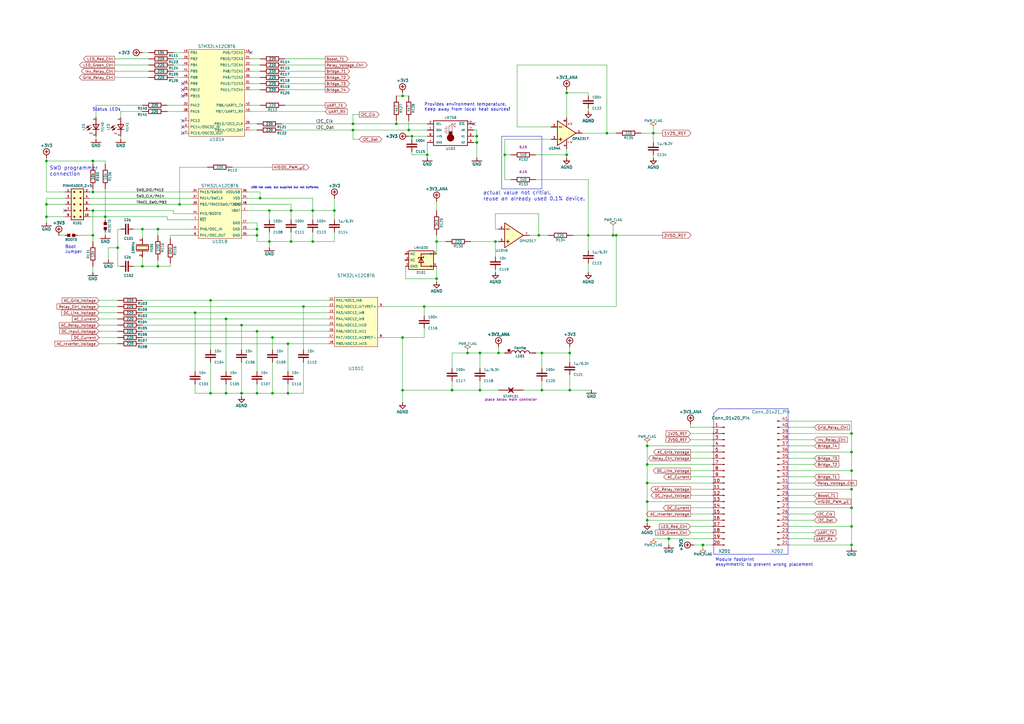
<source format=kicad_sch>
(kicad_sch (version 20230121) (generator eeschema)
  (paper "A3")
  (junction (at 19.05 88.9))
  (junction (at 119.38 86.36))
  (junction (at 165.1 138.43))
  (junction (at 349.25 208.28))
  (junction (at 168.91 55.88))
  (junction (at 58.42 109.22))
  (junction (at 110.49 99.06))
  (junction (at 165.1 39.37))
  (junction (at 111.76 161.29))
  (junction (at 43.18 88.9))
  (junction (at 241.3 96.52))
  (junction (at 232.41 38.1))
  (junction (at 92.71 130.81))
  (junction (at 349.25 200.66))
  (junction (at 265.43 213.36))
  (junction (at 179.07 114.3))
  (junction (at 86.36 161.29))
  (junction (at 128.27 86.36))
  (junction (at 64.77 109.22))
  (junction (at 232.41 63.5))
  (junction (at 349.25 177.8))
  (junction (at 111.76 138.43))
  (junction (at 119.38 99.06))
  (junction (at 38.1 96.52))
  (junction (at 106.68 81.28))
  (junction (at 173.99 125.73))
  (junction (at 86.36 123.19))
  (junction (at 220.98 96.52))
  (junction (at 118.11 161.29))
  (junction (at 196.85 144.78))
  (junction (at 233.68 160.02))
  (junction (at 191.77 144.78))
  (junction (at 105.41 161.29))
  (junction (at 222.25 160.02))
  (junction (at 48.26 101.6))
  (junction (at 251.46 96.52))
  (junction (at 105.41 93.98))
  (junction (at 128.27 99.06))
  (junction (at 73.66 83.82))
  (junction (at 222.25 144.78))
  (junction (at 265.43 182.88))
  (junction (at 195.58 55.88))
  (junction (at 288.29 223.52))
  (junction (at 137.16 86.36))
  (junction (at 349.25 215.9))
  (junction (at 99.06 161.29))
  (junction (at 118.11 140.97))
  (junction (at 58.42 93.98))
  (junction (at 248.92 54.61))
  (junction (at 175.26 63.5))
  (junction (at 265.43 205.74))
  (junction (at 99.06 133.35))
  (junction (at 110.49 86.36))
  (junction (at 162.56 50.8))
  (junction (at 38.1 78.74))
  (junction (at 349.25 223.52))
  (junction (at 80.01 128.27))
  (junction (at 38.1 86.36))
  (junction (at 105.41 135.89))
  (junction (at 203.2 99.06))
  (junction (at 92.71 161.29))
  (junction (at 179.07 99.06))
  (junction (at 265.43 190.5))
  (junction (at 165.1 160.02))
  (junction (at 207.01 63.5))
  (junction (at 233.68 144.78))
  (junction (at 274.32 220.98))
  (junction (at 265.43 198.12))
  (junction (at 19.05 83.82))
  (junction (at 185.42 160.02))
  (junction (at 19.05 66.04))
  (junction (at 124.46 125.73))
  (junction (at 195.58 58.42))
  (junction (at 196.85 160.02))
  (junction (at 349.25 193.04))
  (junction (at 252.73 96.52))
  (junction (at 144.78 50.8))
  (junction (at 267.97 54.61))
  (junction (at 38.1 66.04))
  (junction (at 64.77 93.98))
  (junction (at 144.78 53.34))
  (junction (at 349.25 185.42))
  (junction (at 105.41 96.52))
  (junction (at 204.47 144.78))
  (junction (at 167.64 53.34))
  (no_connect (at 74.93 34.29))
  (no_connect (at 74.93 54.61))
  (no_connect (at 102.87 21.59))
  (no_connect (at 194.31 50.8))
  (no_connect (at 74.93 52.07))
  (no_connect (at 26.67 86.36))
  (no_connect (at 74.93 39.37))
  (no_connect (at 74.93 49.53))
  (no_connect (at 74.93 36.83))
  (wire (pts (xy 99.06 133.35) (xy 99.06 143.51)))
  (wire (pts (xy 101.6 86.36) (xy 110.49 86.36)))
  (wire (pts (xy 241.3 107.95) (xy 241.3 111.76)))
  (wire (pts (xy 86.36 148.59) (xy 86.36 161.29)))
  (wire (pts (xy 49.53 55.88) (xy 49.53 57.15)))
  (polyline (pts (xy 205.74 77.47) (xy 222.25 77.47)))
  (wire (pts (xy 137.16 99.06) (xy 137.16 95.25)))
  (wire (pts (xy 349.25 177.8) (xy 349.25 185.42)))
  (wire (pts (xy 217.17 96.52) (xy 220.98 96.52)))
  (wire (pts (xy 43.18 88.9) (xy 68.58 88.9)))
  (wire (pts (xy 203.2 111.76) (xy 203.2 110.49)))
  (wire (pts (xy 58.42 43.18) (xy 39.37 43.18)))
  (wire (pts (xy 111.76 68.58) (xy 95.25 68.58)))
  (wire (pts (xy 252.73 96.52) (xy 251.46 96.52)))
  (wire (pts (xy 111.76 161.29) (xy 118.11 161.29)))
  (wire (pts (xy 39.37 55.88) (xy 39.37 57.15)))
  (wire (pts (xy 73.66 68.58) (xy 73.66 83.82)))
  (wire (pts (xy 40.64 130.81) (xy 48.26 130.81)))
  (wire (pts (xy 19.05 66.04) (xy 19.05 78.74)))
  (wire (pts (xy 173.99 125.73) (xy 252.73 125.73)))
  (wire (pts (xy 168.91 55.88) (xy 175.26 55.88)))
  (wire (pts (xy 105.41 91.44) (xy 105.41 93.98)))
  (wire (pts (xy 147.32 46.99) (xy 144.78 46.99)))
  (wire (pts (xy 168.91 62.23) (xy 168.91 63.5)))
  (wire (pts (xy 110.49 99.06) (xy 110.49 101.6)))
  (wire (pts (xy 71.12 87.63) (xy 78.74 87.63)))
  (wire (pts (xy 68.58 90.17) (xy 78.74 90.17)))
  (wire (pts (xy 283.21 173.99) (xy 283.21 175.26)))
  (wire (pts (xy 49.53 93.98) (xy 48.26 93.98)))
  (wire (pts (xy 19.05 81.28) (xy 19.05 83.82)))
  (wire (pts (xy 267.97 220.98) (xy 274.32 220.98)))
  (wire (pts (xy 219.71 144.78) (xy 222.25 144.78)))
  (wire (pts (xy 349.25 215.9) (xy 323.85 215.9)))
  (wire (pts (xy 133.35 24.13) (xy 116.84 24.13)))
  (wire (pts (xy 119.38 86.36) (xy 119.38 90.17)))
  (wire (pts (xy 283.21 210.82) (xy 292.1 210.82)))
  (wire (pts (xy 241.3 96.52) (xy 251.46 96.52)))
  (wire (pts (xy 102.87 34.29) (xy 106.68 34.29)))
  (wire (pts (xy 58.42 138.43) (xy 111.76 138.43)))
  (wire (pts (xy 233.68 160.02) (xy 233.68 153.67)))
  (wire (pts (xy 283.21 180.34) (xy 292.1 180.34)))
  (wire (pts (xy 40.64 140.97) (xy 48.26 140.97)))
  (wire (pts (xy 265.43 205.74) (xy 265.43 213.36)))
  (wire (pts (xy 232.41 60.96) (xy 232.41 63.5)))
  (wire (pts (xy 196.85 144.78) (xy 204.47 144.78)))
  (wire (pts (xy 69.85 109.22) (xy 69.85 107.95)))
  (wire (pts (xy 19.05 88.9) (xy 19.05 91.44)))
  (wire (pts (xy 124.46 125.73) (xy 134.62 125.73)))
  (wire (pts (xy 58.42 135.89) (xy 105.41 135.89)))
  (wire (pts (xy 40.64 135.89) (xy 48.26 135.89)))
  (wire (pts (xy 68.58 45.72) (xy 74.93 45.72)))
  (wire (pts (xy 179.07 109.22) (xy 179.07 114.3)))
  (wire (pts (xy 323.85 190.5) (xy 334.01 190.5)))
  (wire (pts (xy 58.42 93.98) (xy 58.42 97.79)))
  (wire (pts (xy 58.42 45.72) (xy 49.53 45.72)))
  (wire (pts (xy 144.78 53.34) (xy 167.64 53.34)))
  (wire (pts (xy 283.21 175.26) (xy 292.1 175.26)))
  (wire (pts (xy 60.96 29.21) (xy 46.99 29.21)))
  (wire (pts (xy 193.04 99.06) (xy 203.2 99.06)))
  (wire (pts (xy 195.58 55.88) (xy 195.58 53.34)))
  (wire (pts (xy 349.25 223.52) (xy 349.25 224.79)))
  (wire (pts (xy 207.01 63.5) (xy 209.55 63.5)))
  (polyline (pts (xy 222.25 77.47) (xy 222.25 55.88)))
  (wire (pts (xy 38.1 66.04) (xy 38.1 67.31)))
  (wire (pts (xy 105.41 157.48) (xy 105.41 161.29)))
  (polyline (pts (xy 323.215 227.33) (xy 292.735 227.33)))
  (wire (pts (xy 288.29 223.52) (xy 292.1 223.52)))
  (wire (pts (xy 92.71 157.48) (xy 92.71 161.29)))
  (wire (pts (xy 191.77 143.51) (xy 191.77 144.78)))
  (wire (pts (xy 36.83 88.9) (xy 43.18 88.9)))
  (wire (pts (xy 68.58 90.17) (xy 68.58 88.9)))
  (wire (pts (xy 185.42 160.02) (xy 185.42 156.21)))
  (wire (pts (xy 92.71 161.29) (xy 99.06 161.29)))
  (wire (pts (xy 58.42 128.27) (xy 80.01 128.27)))
  (wire (pts (xy 179.07 114.3) (xy 179.07 115.57)))
  (wire (pts (xy 195.58 58.42) (xy 195.58 55.88)))
  (wire (pts (xy 99.06 148.59) (xy 99.06 161.29)))
  (wire (pts (xy 323.85 213.36) (xy 334.01 213.36)))
  (wire (pts (xy 323.85 210.82) (xy 334.01 210.82)))
  (wire (pts (xy 191.77 144.78) (xy 196.85 144.78)))
  (wire (pts (xy 267.97 58.42) (xy 267.97 54.61)))
  (wire (pts (xy 323.85 205.74) (xy 334.01 205.74)))
  (wire (pts (xy 64.77 93.98) (xy 78.74 93.98)))
  (wire (pts (xy 137.16 81.28) (xy 137.16 86.36)))
  (wire (pts (xy 262.89 54.61) (xy 267.97 54.61)))
  (wire (pts (xy 102.87 31.75) (xy 106.68 31.75)))
  (wire (pts (xy 323.85 223.52) (xy 349.25 223.52)))
  (wire (pts (xy 323.85 182.88) (xy 334.01 182.88)))
  (wire (pts (xy 203.2 105.41) (xy 203.2 99.06)))
  (wire (pts (xy 128.27 86.36) (xy 128.27 90.17)))
  (wire (pts (xy 38.1 109.22) (xy 38.1 111.76)))
  (wire (pts (xy 157.48 125.73) (xy 173.99 125.73)))
  (wire (pts (xy 185.42 144.78) (xy 185.42 151.13)))
  (wire (pts (xy 19.05 66.04) (xy 19.05 64.77)))
  (wire (pts (xy 99.06 161.29) (xy 99.06 162.56)))
  (wire (pts (xy 74.93 29.21) (xy 71.12 29.21)))
  (wire (pts (xy 265.43 213.36) (xy 265.43 214.63)))
  (wire (pts (xy 274.32 223.52) (xy 274.32 220.98)))
  (wire (pts (xy 99.06 133.35) (xy 134.62 133.35)))
  (wire (pts (xy 233.68 142.24) (xy 233.68 144.78)))
  (polyline (pts (xy 205.74 55.88) (xy 205.74 77.47)))
  (wire (pts (xy 144.78 50.8) (xy 162.56 50.8)))
  (wire (pts (xy 92.71 130.81) (xy 92.71 152.4)))
  (polyline (pts (xy 294.64 167.64) (xy 323.215 167.64)))
  (wire (pts (xy 48.26 125.73) (xy 40.64 125.73)))
  (wire (pts (xy 106.68 81.28) (xy 101.6 81.28)))
  (wire (pts (xy 265.43 182.88) (xy 265.43 190.5)))
  (wire (pts (xy 265.43 190.5) (xy 265.43 198.12)))
  (wire (pts (xy 124.46 125.73) (xy 124.46 143.51)))
  (wire (pts (xy 194.31 58.42) (xy 195.58 58.42)))
  (wire (pts (xy 175.26 63.5) (xy 175.26 58.42)))
  (wire (pts (xy 222.25 160.02) (xy 233.68 160.02)))
  (wire (pts (xy 118.11 140.97) (xy 134.62 140.97)))
  (wire (pts (xy 323.85 200.66) (xy 349.25 200.66)))
  (wire (pts (xy 207.01 57.15) (xy 207.01 63.5)))
  (wire (pts (xy 323.85 180.34) (xy 334.01 180.34)))
  (wire (pts (xy 26.67 83.82) (xy 19.05 83.82)))
  (wire (pts (xy 128.27 81.28) (xy 128.27 86.36)))
  (wire (pts (xy 323.85 187.96) (xy 334.01 187.96)))
  (wire (pts (xy 115.57 53.34) (xy 144.78 53.34)))
  (wire (pts (xy 179.07 99.06) (xy 179.07 104.14)))
  (wire (pts (xy 204.47 93.98) (xy 203.2 93.98)))
  (wire (pts (xy 168.91 57.15) (xy 168.91 55.88)))
  (wire (pts (xy 31.75 96.52) (xy 38.1 96.52)))
  (wire (pts (xy 175.26 63.5) (xy 175.26 64.77)))
  (wire (pts (xy 99.06 161.29) (xy 105.41 161.29)))
  (wire (pts (xy 234.95 96.52) (xy 241.3 96.52)))
  (wire (pts (xy 38.1 78.74) (xy 78.74 78.74)))
  (wire (pts (xy 323.85 195.58) (xy 334.01 195.58)))
  (polyline (pts (xy 323.215 167.64) (xy 323.215 227.33)))
  (wire (pts (xy 323.85 218.44) (xy 334.01 218.44)))
  (wire (pts (xy 179.07 96.52) (xy 179.07 99.06)))
  (wire (pts (xy 207.01 57.15) (xy 226.06 57.15)))
  (wire (pts (xy 349.25 193.04) (xy 349.25 200.66)))
  (wire (pts (xy 111.76 138.43) (xy 134.62 138.43)))
  (wire (pts (xy 241.3 44.45) (xy 241.3 45.72)))
  (wire (pts (xy 323.85 220.98) (xy 334.01 220.98)))
  (wire (pts (xy 162.56 49.53) (xy 162.56 50.8)))
  (wire (pts (xy 80.01 161.29) (xy 80.01 157.48)))
  (wire (pts (xy 185.42 144.78) (xy 191.77 144.78)))
  (wire (pts (xy 144.78 57.15) (xy 144.78 53.34)))
  (wire (pts (xy 58.42 109.22) (xy 64.77 109.22)))
  (wire (pts (xy 86.36 123.19) (xy 86.36 143.51)))
  (wire (pts (xy 36.83 78.74) (xy 38.1 78.74)))
  (wire (pts (xy 48.26 101.6) (xy 48.26 109.22)))
  (wire (pts (xy 349.25 215.9) (xy 349.25 223.52)))
  (wire (pts (xy 283.21 203.2) (xy 292.1 203.2)))
  (wire (pts (xy 116.84 29.21) (xy 133.35 29.21)))
  (wire (pts (xy 196.85 151.13) (xy 196.85 144.78)))
  (wire (pts (xy 43.18 95.25) (xy 43.18 96.52)))
  (wire (pts (xy 38.1 86.36) (xy 38.1 96.52)))
  (wire (pts (xy 204.47 142.24) (xy 204.47 144.78)))
  (wire (pts (xy 106.68 26.67) (xy 102.87 26.67)))
  (wire (pts (xy 26.67 81.28) (xy 19.05 81.28)))
  (wire (pts (xy 49.53 45.72) (xy 49.53 48.26)))
  (wire (pts (xy 119.38 86.36) (xy 110.49 86.36)))
  (wire (pts (xy 292.1 182.88) (xy 265.43 182.88)))
  (wire (pts (xy 101.6 91.44) (xy 105.41 91.44)))
  (wire (pts (xy 233.68 144.78) (xy 233.68 148.59)))
  (wire (pts (xy 212.09 26.67) (xy 248.92 26.67)))
  (wire (pts (xy 232.41 36.83) (xy 232.41 38.1)))
  (wire (pts (xy 219.71 73.66) (xy 241.3 73.66)))
  (wire (pts (xy 80.01 128.27) (xy 80.01 152.4)))
  (wire (pts (xy 26.67 88.9) (xy 19.05 88.9)))
  (wire (pts (xy 283.21 193.04) (xy 292.1 193.04)))
  (wire (pts (xy 110.49 95.25) (xy 110.49 99.06)))
  (wire (pts (xy 232.41 63.5) (xy 232.41 64.77)))
  (wire (pts (xy 283.21 195.58) (xy 292.1 195.58)))
  (wire (pts (xy 116.84 31.75) (xy 133.35 31.75)))
  (wire (pts (xy 106.68 24.13) (xy 102.87 24.13)))
  (wire (pts (xy 173.99 138.43) (xy 173.99 134.62)))
  (wire (pts (xy 194.31 55.88) (xy 195.58 55.88)))
  (wire (pts (xy 265.43 198.12) (xy 292.1 198.12)))
  (wire (pts (xy 105.41 99.06) (xy 110.49 99.06)))
  (wire (pts (xy 323.85 175.26) (xy 334.01 175.26)))
  (wire (pts (xy 283.21 185.42) (xy 292.1 185.42)))
  (wire (pts (xy 241.3 38.1) (xy 232.41 38.1)))
  (wire (pts (xy 69.85 96.52) (xy 69.85 97.79)))
  (wire (pts (xy 241.3 73.66) (xy 241.3 96.52)))
  (wire (pts (xy 203.2 93.98) (xy 203.2 87.63)))
  (wire (pts (xy 207.01 63.5) (xy 207.01 73.66)))
  (wire (pts (xy 128.27 86.36) (xy 137.16 86.36)))
  (wire (pts (xy 165.1 160.02) (xy 165.1 165.1)))
  (wire (pts (xy 167.64 53.34) (xy 175.26 53.34)))
  (wire (pts (xy 283.21 218.44) (xy 292.1 218.44)))
  (wire (pts (xy 71.12 86.36) (xy 71.12 87.63)))
  (wire (pts (xy 165.1 138.43) (xy 173.99 138.43)))
  (wire (pts (xy 267.97 54.61) (xy 271.78 54.61)))
  (wire (pts (xy 119.38 99.06) (xy 128.27 99.06)))
  (wire (pts (xy 267.97 64.77) (xy 267.97 63.5)))
  (wire (pts (xy 58.42 105.41) (xy 58.42 109.22)))
  (wire (pts (xy 115.57 50.8) (xy 144.78 50.8)))
  (wire (pts (xy 167.64 55.88) (xy 168.91 55.88)))
  (wire (pts (xy 288.29 223.52) (xy 288.29 224.79)))
  (wire (pts (xy 252.73 96.52) (xy 252.73 125.73)))
  (wire (pts (xy 233.68 160.02) (xy 242.57 160.02)))
  (wire (pts (xy 323.85 193.04) (xy 349.25 193.04)))
  (wire (pts (xy 241.3 39.37) (xy 241.3 38.1)))
  (wire (pts (xy 179.07 114.3) (xy 166.37 114.3)))
  (wire (pts (xy 267.97 52.07) (xy 267.97 54.61)))
  (wire (pts (xy 64.77 106.68) (xy 64.77 109.22)))
  (wire (pts (xy 105.41 93.98) (xy 105.41 96.52)))
  (wire (pts (xy 36.83 83.82) (xy 73.66 83.82)))
  (wire (pts (xy 78.74 96.52) (xy 69.85 96.52)))
  (wire (pts (xy 54.61 93.98) (xy 58.42 93.98)))
  (wire (pts (xy 119.38 83.82) (xy 119.38 86.36)))
  (wire (pts (xy 74.93 31.75) (xy 71.12 31.75)))
  (wire (pts (xy 101.6 78.74) (xy 106.68 78.74)))
  (wire (pts (xy 105.41 135.89) (xy 134.62 135.89)))
  (wire (pts (xy 179.07 99.06) (xy 182.88 99.06)))
  (wire (pts (xy 38.1 96.52) (xy 38.1 99.06)))
  (wire (pts (xy 222.25 144.78) (xy 222.25 151.13)))
  (wire (pts (xy 165.1 39.37) (xy 165.1 38.1)))
  (wire (pts (xy 232.41 38.1) (xy 232.41 48.26)))
  (wire (pts (xy 92.71 130.81) (xy 134.62 130.81)))
  (wire (pts (xy 24.13 96.52) (xy 26.67 96.52)))
  (wire (pts (xy 106.68 43.18) (xy 102.87 43.18)))
  (wire (pts (xy 349.25 172.72) (xy 349.25 177.8)))
  (wire (pts (xy 265.43 205.74) (xy 292.1 205.74)))
  (wire (pts (xy 86.36 161.29) (xy 92.71 161.29)))
  (wire (pts (xy 349.25 185.42) (xy 349.25 193.04)))
  (wire (pts (xy 349.25 208.28) (xy 349.25 215.9)))
  (wire (pts (xy 147.32 57.15) (xy 144.78 57.15)))
  (wire (pts (xy 128.27 99.06) (xy 128.27 95.25)))
  (wire (pts (xy 323.85 198.12) (xy 334.01 198.12)))
  (wire (pts (xy 128.27 81.28) (xy 106.68 81.28)))
  (wire (pts (xy 101.6 96.52) (xy 105.41 96.52)))
  (wire (pts (xy 60.96 26.67) (xy 46.99 26.67)))
  (wire (pts (xy 323.85 172.72) (xy 349.25 172.72)))
  (wire (pts (xy 102.87 53.34) (xy 105.41 53.34)))
  (wire (pts (xy 111.76 148.59) (xy 111.76 161.29)))
  (wire (pts (xy 38.1 86.36) (xy 71.12 86.36)))
  (wire (pts (xy 105.41 135.89) (xy 105.41 152.4)))
  (wire (pts (xy 323.85 185.42) (xy 349.25 185.42)))
  (polyline (pts (xy 222.25 55.88) (xy 205.74 55.88)))
  (wire (pts (xy 248.92 54.61) (xy 252.73 54.61)))
  (wire (pts (xy 58.42 123.19) (xy 86.36 123.19)))
  (wire (pts (xy 204.47 144.78) (xy 207.01 144.78)))
  (wire (pts (xy 251.46 92.71) (xy 251.46 96.52)))
  (wire (pts (xy 284.48 223.52) (xy 288.29 223.52)))
  (wire (pts (xy 144.78 46.99) (xy 144.78 50.8)))
  (wire (pts (xy 106.68 78.74) (xy 106.68 81.28)))
  (wire (pts (xy 252.73 96.52) (xy 271.78 96.52)))
  (wire (pts (xy 86.36 123.19) (xy 134.62 123.19)))
  (wire (pts (xy 323.85 208.28) (xy 349.25 208.28)))
  (wire (pts (xy 73.66 83.82) (xy 78.74 83.82)))
  (wire (pts (xy 323.85 203.2) (xy 334.01 203.2)))
  (wire (pts (xy 207.01 73.66) (xy 209.55 73.66)))
  (wire (pts (xy 119.38 99.06) (xy 119.38 95.25)))
  (wire (pts (xy 214.63 160.02) (xy 222.25 160.02)))
  (wire (pts (xy 248.92 26.67) (xy 248.92 54.61)))
  (wire (pts (xy 40.64 123.19) (xy 48.26 123.19)))
  (wire (pts (xy 19.05 83.82) (xy 19.05 88.9)))
  (wire (pts (xy 58.42 140.97) (xy 118.11 140.97)))
  (wire (pts (xy 43.18 77.47) (xy 43.18 88.9)))
  (polyline (pts (xy 292.735 169.545) (xy 294.64 167.64)))
  (wire (pts (xy 118.11 140.97) (xy 118.11 152.4)))
  (wire (pts (xy 137.16 86.36) (xy 137.16 90.17)))
  (wire (pts (xy 68.58 43.18) (xy 74.93 43.18)))
  (wire (pts (xy 179.07 82.55) (xy 179.07 86.36)))
  (wire (pts (xy 74.93 24.13) (xy 71.12 24.13)))
  (wire (pts (xy 116.84 34.29) (xy 133.35 34.29)))
  (wire (pts (xy 110.49 86.36) (xy 110.49 90.17)))
  (wire (pts (xy 283.21 187.96) (xy 292.1 187.96)))
  (wire (pts (xy 165.1 160.02) (xy 185.42 160.02)))
  (wire (pts (xy 119.38 86.36) (xy 128.27 86.36)))
  (wire (pts (xy 196.85 160.02) (xy 204.47 160.02)))
  (wire (pts (xy 195.58 64.77) (xy 195.58 58.42)))
  (wire (pts (xy 101.6 83.82) (xy 119.38 83.82)))
  (wire (pts (xy 203.2 99.06) (xy 204.47 99.06)))
  (wire (pts (xy 283.21 208.28) (xy 292.1 208.28)))
  (wire (pts (xy 102.87 36.83) (xy 106.68 36.83)))
  (wire (pts (xy 102.87 29.21) (xy 106.68 29.21)))
  (wire (pts (xy 105.41 96.52) (xy 105.41 99.06)))
  (wire (pts (xy 64.77 109.22) (xy 69.85 109.22)))
  (wire (pts (xy 26.67 78.74) (xy 19.05 78.74)))
  (wire (pts (xy 283.21 200.66) (xy 292.1 200.66)))
  (wire (pts (xy 222.25 160.02) (xy 222.25 156.21)))
  (wire (pts (xy 110.49 99.06) (xy 119.38 99.06)))
  (wire (pts (xy 265.43 190.5) (xy 292.1 190.5)))
  (wire (pts (xy 349.25 200.66) (xy 349.25 208.28)))
  (wire (pts (xy 219.71 63.5) (xy 232.41 63.5)))
  (wire (pts (xy 265.43 198.12) (xy 265.43 205.74)))
  (wire (pts (xy 133.35 26.67) (xy 116.84 26.67)))
  (wire (pts (xy 43.18 88.9) (xy 43.18 90.17)))
  (wire (pts (xy 71.12 21.59) (xy 74.93 21.59)))
  (wire (pts (xy 195.58 53.34) (xy 194.31 53.34)))
  (wire (pts (xy 162.56 50.8) (xy 175.26 50.8)))
  (wire (pts (xy 220.98 96.52) (xy 224.79 96.52)))
  (polyline (pts (xy 292.735 169.545) (xy 292.735 227.33)))
  (wire (pts (xy 116.84 36.83) (xy 133.35 36.83)))
  (wire (pts (xy 19.05 66.04) (xy 38.1 66.04)))
  (wire (pts (xy 118.11 161.29) (xy 118.11 157.48)))
  (wire (pts (xy 48.26 109.22) (xy 49.53 109.22)))
  (wire (pts (xy 58.42 125.73) (xy 124.46 125.73)))
  (wire (pts (xy 185.42 160.02) (xy 196.85 160.02)))
  (wire (pts (xy 167.64 49.53) (xy 167.64 53.34)))
  (wire (pts (xy 133.35 43.18) (xy 116.84 43.18)))
  (wire (pts (xy 118.11 161.29) (xy 124.46 161.29)))
  (wire (pts (xy 43.18 66.04) (xy 38.1 66.04)))
  (wire (pts (xy 101.6 93.98) (xy 105.41 93.98)))
  (wire (pts (xy 166.37 114.3) (xy 166.37 109.22)))
  (wire (pts (xy 226.06 52.07) (xy 212.09 52.07)))
  (wire (pts (xy 80.01 128.27) (xy 134.62 128.27)))
  (wire (pts (xy 36.83 86.36) (xy 38.1 86.36)))
  (wire (pts (xy 38.1 77.47) (xy 38.1 78.74)))
  (wire (pts (xy 60.96 31.75) (xy 46.99 31.75)))
  (wire (pts (xy 58.42 133.35) (xy 99.06 133.35)))
  (wire (pts (xy 241.3 96.52) (xy 241.3 102.87)))
  (wire (pts (xy 196.85 160.02) (xy 196.85 156.21)))
  (wire (pts (xy 40.64 133.35) (xy 48.26 133.35)))
  (wire (pts (xy 165.1 39.37) (xy 162.56 39.37)))
  (wire (pts (xy 39.37 43.18) (xy 39.37 48.26)))
  (wire (pts (xy 168.91 63.5) (xy 175.26 63.5)))
  (wire (pts (xy 36.83 81.28) (xy 78.74 81.28)))
  (wire (pts (xy 111.76 138.43) (xy 111.76 143.51)))
  (wire (pts (xy 44.45 106.68) (xy 44.45 101.6)))
  (wire (pts (xy 265.43 213.36) (xy 292.1 213.36)))
  (wire (pts (xy 203.2 87.63) (xy 220.98 87.63)))
  (wire (pts (xy 157.48 138.43) (xy 165.1 138.43)))
  (wire (pts (xy 80.01 161.29) (xy 86.36 161.29)))
  (wire (pts (xy 173.99 125.73) (xy 173.99 129.54)))
  (wire (pts (xy 323.85 177.8) (xy 349.25 177.8)))
  (wire (pts (xy 48.26 93.98) (xy 48.26 101.6)))
  (wire (pts (xy 274.32 220.98) (xy 292.1 220.98)))
  (wire (pts (xy 74.93 26.67) (xy 71.12 26.67)))
  (wire (pts (xy 124.46 161.29) (xy 124.46 148.59)))
  (wire (pts (xy 102.87 50.8) (xy 105.41 50.8)))
  (wire (pts (xy 44.45 101.6) (xy 48.26 101.6)))
  (wire (pts (xy 40.64 138.43) (xy 48.26 138.43)))
  (wire (pts (xy 167.64 39.37) (xy 165.1 39.37)))
  (wire (pts (xy 58.42 21.59) (xy 60.96 21.59)))
  (wire (pts (xy 105.41 161.29) (xy 111.76 161.29)))
  (wire (pts (xy 128.27 99.06) (xy 137.16 99.06)))
  (wire (pts (xy 73.66 68.58) (xy 85.09 68.58)))
  (wire (pts (xy 58.42 93.98) (xy 64.77 93.98)))
  (wire (pts (xy 64.77 93.98) (xy 64.77 96.52)))
  (wire (pts (xy 133.35 45.72) (xy 102.87 45.72)))
  (wire (pts (xy 283.21 177.8) (xy 292.1 177.8)))
  (wire (pts (xy 58.42 130.81) (xy 92.71 130.81)))
  (wire (pts (xy 222.25 144.78) (xy 233.68 144.78)))
  (wire (pts (xy 283.21 215.9) (xy 292.1 215.9)))
  (wire (pts (xy 220.98 87.63) (xy 220.98 96.52)))
  (polyline (pts (xy 294.64 167.64) (xy 294.64 167.64)))
  (wire (pts (xy 60.96 24.13) (xy 46.99 24.13)))
  (wire (pts (xy 212.09 52.07) (xy 212.09 26.67)))
  (wire (pts (xy 165.1 138.43) (xy 165.1 160.02)))
  (wire (pts (xy 43.18 67.31) (xy 43.18 66.04)))
  (wire (pts (xy 265.43 181.61) (xy 265.43 182.88)))
  (wire (pts (xy 40.64 128.27) (xy 48.26 128.27)))
  (wire (pts (xy 238.76 54.61) (xy 248.92 54.61)))
  (wire (pts (xy 54.61 109.22) (xy 58.42 109.22)))
  (text "SWD programmer\nconnection" (at 20.32 72.39 0) (effects (font (size 1.524 1.524)) (justify left bottom)))
  (text "Provides environment temperature.\nKeep away from local heat sources!" (at 173.99 45.72 0) (effects (font (size 1.27 1.27)) (justify left bottom)))
  (text "USB not used, but supplied but not buffered." (at 102.87 77.47 0) (effects (font (size 0.8 0.8)) (justify left bottom)))
  (text "Module footprint\nassymmetric to prevent wrong placement\n" (at 293.37 232.41 0) (effects (font (size 1.27 1.27)) (justify left bottom)))
  (text "Status LEDs" (at 49.53 45.72 0) (effects (font (size 1.27 1.27)) (justify right bottom)))
  (text "Boot\nJumper" (at 26.67 104.14 0) (effects (font (size 1.27 1.27)) (justify left bottom)))
  (text "actual value not critial.\nreuse an already used 0.1 % device." (at 198.12 82.55 0) (effects (font (size 1.524 1.524)) (justify left bottom)))
  (label "SWD_DIO{slash}PA13" (at 55.88 78.74 0) (effects (font (size 0.9906 0.9906))))
  (label "I2C_Dat" (at 129.54 53.34 0))
  (label "TRACE_SWO{slash}PB3" (at 55.88 83.82 0) (effects (font (size 0.9906 0.9906))))
  (label "I2C_Clk" (at 129.54 50.8 0))
  (label "SWD_CLK{slash}PA14" (at 55.88 81.28 0) (effects (font (size 0.9906 0.9906))))
  (global_label "UART_TX" (shape output) (at 133.35 43.18 0) (effects (font (size 1.1 1.1))) (property "Intersheetrefs" "${INTERSHEET_REFS}" (effects hide)))
  (global_label "DC_Input_Voltage" (shape output) (at 283.21 203.2 180) (effects (font (size 1.1 1.1))) (property "Intersheetrefs" "${INTERSHEET_REFS}" (effects hide)))
  (global_label "Grid_Relay_Ctrl" (shape output) (at 46.99 31.75 180) (effects (font (size 1.1 1.1))) (property "Intersheetrefs" "${INTERSHEET_REFS}" (effects hide)))
  (global_label "AC_Grid_Voltage" (shape output) (at 283.21 185.42 180) (effects (font (size 1.1 1.1))) (property "Intersheetrefs" "${INTERSHEET_REFS}" (effects hide)))
  (global_label "Bridge_T1" (shape output) (at 133.35 29.21 0) (effects (font (size 1.1 1.1))) (property "Intersheetrefs" "${INTERSHEET_REFS}" (effects hide)))
  (global_label "Bridge_T4" (shape output) (at 133.35 36.83 0) (effects (font (size 1.1 1.1))) (property "Intersheetrefs" "${INTERSHEET_REFS}" (effects hide)))
  (global_label "Relay_Voltage_Ctrl" (shape input) (at 334.01 198.12 0) (effects (font (size 1.1 1.1))) (property "Intersheetrefs" "${INTERSHEET_REFS}" (effects hide)))
  (global_label "I2C_Dat" (shape bidirectional) (at 334.01 213.36 0) (effects (font (size 1.1 1.1))) (property "Intersheetrefs" "${INTERSHEET_REFS}" (effects hide)))
  (global_label "LED_Red_Ctrl" (shape input) (at 283.21 215.9 180) (effects (font (size 1.1 1.1))) (property "Intersheetrefs" "${INTERSHEET_REFS}" (effects hide)))
  (global_label "UART_RX" (shape output) (at 334.01 220.98 0) (effects (font (size 1.1 1.1))) (property "Intersheetrefs" "${INTERSHEET_REFS}" (effects hide)))
  (global_label "Bridge_T2" (shape input) (at 334.01 190.5 0) (effects (font (size 1.1 1.1))) (property "Intersheetrefs" "${INTERSHEET_REFS}" (effects hide)))
  (global_label "DC_Current" (shape input) (at 40.64 138.43 180) (effects (font (size 1.1 1.1))) (property "Intersheetrefs" "${INTERSHEET_REFS}" (effects hide)))
  (global_label "AC_Relay_Voltage" (shape input) (at 40.64 133.35 180) (effects (font (size 1.1 1.1))) (property "Intersheetrefs" "${INTERSHEET_REFS}" (effects hide)))
  (global_label "Inv_Relay_Ctrl" (shape input) (at 334.01 180.34 0) (effects (font (size 1.1 1.1))) (property "Intersheetrefs" "${INTERSHEET_REFS}" (effects hide)))
  (global_label "I2C_Dat" (shape bidirectional) (at 147.32 57.15 0) (effects (font (size 1.1 1.1))) (property "Intersheetrefs" "${INTERSHEET_REFS}" (effects hide)))
  (global_label "DC_Input_Voltage" (shape input) (at 40.64 135.89 180) (effects (font (size 1.1 1.1))) (property "Intersheetrefs" "${INTERSHEET_REFS}" (effects hide)))
  (global_label "Bridge_T3" (shape output) (at 133.35 34.29 0) (effects (font (size 1.1 1.1))) (property "Intersheetrefs" "${INTERSHEET_REFS}" (effects hide)))
  (global_label "2V50_REF" (shape input) (at 283.21 180.34 180) (effects (font (size 1.1 1.1))) (property "Intersheetrefs" "${INTERSHEET_REFS}" (effects hide)))
  (global_label "HISIDE_PWM_µC" (shape input) (at 334.01 205.74 0) (effects (font (size 1.1 1.1))) (property "Intersheetrefs" "${INTERSHEET_REFS}" (effects hide)))
  (global_label "Inv_Relay_Ctrl" (shape output) (at 46.99 29.21 180) (effects (font (size 1.1 1.1))) (property "Intersheetrefs" "${INTERSHEET_REFS}" (effects hide)))
  (global_label "Boost_T1" (shape output) (at 133.35 24.13 0) (effects (font (size 1.1 1.1))) (property "Intersheetrefs" "${INTERSHEET_REFS}" (effects hide)))
  (global_label "UART_TX" (shape input) (at 334.01 218.44 0) (effects (font (size 1.1 1.1))) (property "Intersheetrefs" "${INTERSHEET_REFS}" (effects hide)))
  (global_label "2V50_REF" (shape output) (at 271.78 96.52 0) (property "Intersheetrefs" "${INTERSHEET_REFS}" (effects hide)))
  (global_label "Bridge_T3" (shape input) (at 334.01 187.96 0) (effects (font (size 1.1 1.1))) (property "Intersheetrefs" "${INTERSHEET_REFS}" (effects hide)))
  (global_label "Bridge_T1" (shape input) (at 334.01 195.58 0) (effects (font (size 1.1 1.1))) (property "Intersheetrefs" "${INTERSHEET_REFS}" (effects hide)))
  (global_label "LED_Red_Ctrl" (shape output) (at 46.99 24.13 180) (effects (font (size 1.1 1.1))) (property "Intersheetrefs" "${INTERSHEET_REFS}" (effects hide)))
  (global_label "Boost_T1" (shape input) (at 334.01 203.2 0) (effects (font (size 1.1 1.1))) (property "Intersheetrefs" "${INTERSHEET_REFS}" (effects hide)))
  (global_label "LED_Green_Ctrl" (shape input) (at 283.21 218.44 180) (effects (font (size 1.1 1.1))) (property "Intersheetrefs" "${INTERSHEET_REFS}" (effects hide)))
  (global_label "DC_Current" (shape output) (at 283.21 208.28 180) (effects (font (size 1.1 1.1))) (property "Intersheetrefs" "${INTERSHEET_REFS}" (effects hide)))
  (global_label "Grid_Relay_Ctrl" (shape input) (at 334.01 175.26 0) (effects (font (size 1.1 1.1))) (property "Intersheetrefs" "${INTERSHEET_REFS}" (effects hide)))
  (global_label "UART_RX" (shape input) (at 133.35 45.72 0) (effects (font (size 1.1 1.1))) (property "Intersheetrefs" "${INTERSHEET_REFS}" (effects hide)))
  (global_label "1V25_REF" (shape output) (at 271.78 54.61 0) (property "Intersheetrefs" "${INTERSHEET_REFS}" (effects hide)))
  (global_label "AC_Relay_Voltage" (shape output) (at 283.21 200.66 180) (effects (font (size 1.1 1.1))) (property "Intersheetrefs" "${INTERSHEET_REFS}" (effects hide)))
  (global_label "DC_Link_Voltage" (shape output) (at 283.21 193.04 180) (effects (font (size 1.1 1.1))) (property "Intersheetrefs" "${INTERSHEET_REFS}" (effects hide)))
  (global_label "Bridge_T4" (shape input) (at 334.01 182.88 0) (effects (font (size 1.1 1.1))) (property "Intersheetrefs" "${INTERSHEET_REFS}" (effects hide)))
  (global_label "AC_Grid_Voltage" (shape input) (at 40.64 123.19 180) (effects (font (size 1.1 1.1))) (property "Intersheetrefs" "${INTERSHEET_REFS}" (effects hide)))
  (global_label "DC_Link_Voltage" (shape input) (at 40.64 128.27 180) (effects (font (size 1.1 1.1))) (property "Intersheetrefs" "${INTERSHEET_REFS}" (effects hide)))
  (global_label "HISIDE_PWM_µC" (shape output) (at 111.76 68.58 0) (effects (font (size 1.1 1.1))) (property "Intersheetrefs" "${INTERSHEET_REFS}" (effects hide)))
  (global_label "Relay_Ctrl_Voltage" (shape output) (at 283.21 187.96 180) (effects (font (size 1.1 1.1))) (property "Intersheetrefs" "${INTERSHEET_REFS}" (effects hide)))
  (global_label "AC_Inverter_Voltage" (shape output) (at 283.21 210.82 180) (effects (font (size 1.1 1.1))) (property "Intersheetrefs" "${INTERSHEET_REFS}" (effects hide)))
  (global_label "Bridge_T2" (shape output) (at 133.35 31.75 0) (effects (font (size 1.1 1.1))) (property "Intersheetrefs" "${INTERSHEET_REFS}" (effects hide)))
  (global_label "I2C_Clk" (shape output) (at 147.32 46.99 0) (effects (font (size 1.1 1.1))) (property "Intersheetrefs" "${INTERSHEET_REFS}" (effects hide)))
  (global_label "AC_Current" (shape input) (at 40.64 130.81 180) (effects (font (size 1.1 1.1))) (property "Intersheetrefs" "${INTERSHEET_REFS}" (effects hide)))
  (global_label "AC_Inverter_Voltage" (shape input) (at 40.64 140.97 180) (effects (font (size 1.1 1.1))) (property "Intersheetrefs" "${INTERSHEET_REFS}" (effects hide)))
  (global_label "1V25_REF" (shape input) (at 283.21 177.8 180) (effects (font (size 1.1 1.1))) (property "Intersheetrefs" "${INTERSHEET_REFS}" (effects hide)))
  (global_label "Relay_Voltage_Ctrl" (shape output) (at 133.35 26.67 0) (effects (font (size 1.1 1.1))) (property "Intersheetrefs" "${INTERSHEET_REFS}" (effects hide)))
  (global_label "LED_Green_Ctrl" (shape output) (at 46.99 26.67 180) (effects (font (size 1.1 1.1))) (property "Intersheetrefs" "${INTERSHEET_REFS}" (effects hide)))
  (global_label "AC_Current" (shape output) (at 283.21 195.58 180) (effects (font (size 1.1 1.1))) (property "Intersheetrefs" "${INTERSHEET_REFS}" (effects hide)))
  (global_label "I2C_Clk" (shape input) (at 334.01 210.82 0) (effects (font (size 1.1 1.1))) (property "Intersheetrefs" "${INTERSHEET_REFS}" (effects hide)))
  (global_label "Relay_Ctrl_Voltage" (shape input) (at 40.64 125.73 180) (effects (font (size 1.1 1.1))) (property "Intersheetrefs" "${INTERSHEET_REFS}" (effects hide)))
  (symbol (lib_id "OSSI_standard_components:+3V3_ANA") (at 179.07 82.55 0) (unit 1)
    (property "Reference" "#+3V3_ANA0101" (effects hide))
    (property "Value" "+3V3_ANA" (at 179.07 77.47 0) (effects (font (size 1.1938 1.1938) bold)))
  )
  (symbol (lib_id "OSSI_standard_components:Capacitor") (at 168.91 59.69 0) (unit 1)
    (property "Reference" "C115" (at 170.434 62.23 0) (effects (font (size 0.9906 0.9906)) (justify left)))
    (property "Value" "100n" (at 170.434 57.658 0) (effects (font (size 0.9906 0.9906)) (justify left)))
    (property "Footprint" "OSSI_standard_footprints:0603_W" (effects hide))
    (property "Tolerance" "%" (effects hide))
    (property "Manufacturer" "M" (effects hide))
    (property "Partnumber" "P" (effects hide))
    (property "Supplier" "S" (effects hide))
    (property "Order No." "O.No." (effects hide))
  )
  (symbol (lib_id "OSSI_standard_components:LED") (at 49.53 52.07 90) (mirror x) (unit 1)
    (property "Reference" "H141" (at 52.197 52.07 0) (effects (font (size 0.9906 0.9906))))
    (property "Value" "LED" (at 44.45 52.07 0) (effects (font (size 0.9906 0.9906))))
    (property "Footprint" "OSSI_standard_footprints:0603_W_LED" (effects hide))
    (property "Color" "C" (at 47.498 54.102 0) (effects (font (size 0.889 0.889)) (justify left)))
    (property "Manufacturer" "M" (effects hide))
    (property "Partnumber" "P" (effects hide))
    (property "Supplier" "S" (effects hide))
    (property "Order No." "O.No." (effects hide))
  )
  (symbol (lib_id "OSSI_standard_components:AGND") (at 265.43 214.63 0) (unit 1)
    (property "Reference" "#AGND0109" (effects hide))
    (property "Value" "AGND" (at 265.43 218.44 0) (effects (font (size 1.1938 1.1938) bold)))
  )
  (symbol (lib_id "OSSI_standard_components:Capacitor") (at 111.76 146.05 0) (unit 1)
    (property "Reference" "C109" (at 113.284 148.59 0) (effects (font (size 0.9906 0.9906)) (justify left)))
    (property "Value" "10n" (at 113.284 144.018 0) (effects (font (size 0.9906 0.9906)) (justify left)))
    (property "Footprint" "OSSI_standard_footprints:0603_W" (effects hide))
    (property "Tolerance" "%" (effects hide))
    (property "Manufacturer" "M" (effects hide))
    (property "Partnumber" "P" (effects hide))
    (property "Supplier" "S" (effects hide))
    (property "Order No." "O.No." (effects hide))
  )
  (symbol (lib_id "OSSI_standard_components:Resistor") (at 64.77 101.6 90) (mirror x) (unit 1)
    (property "Reference" "R110" (at 66.675 101.6 0) (effects (font (size 0.9906 0.9906))))
    (property "Value" "1M0" (at 64.77 101.6 0) (effects (font (size 0.9906 0.9906))))
    (property "Footprint" "OSSI_standard_footprints:0603_W" (effects hide))
    (property "Tolerance" "%" (effects hide))
    (property "Manufacturer" "M" (effects hide))
    (property "Partnumber" "P" (effects hide))
    (property "Supplier" "S" (effects hide))
    (property "Order No." "O.No." (effects hide))
  )
  (symbol (lib_id "OSSI_standard_components:PWR_FLAG") (at 265.43 181.61 0) (unit 1)
    (property "Reference" "#FLG0106" (effects hide))
    (property "Value" "PWR_FLAG" (at 265.43 179.07 0) (effects (font (size 0.9906 0.9906))))
  )
  (symbol (lib_id "OSSI_standard_components:+3V3") (at 137.16 81.28 0) (unit 1)
    (property "Reference" "#+3V0103" (effects hide))
    (property "Value" "+3V3" (at 137.16 76.2 0) (effects (font (size 1.1938 1.1938) bold)))
  )
  (symbol (lib_id "OSSI_standard_components:GND") (at 110.49 101.6 0) (unit 1)
    (property "Reference" "#GND0103" (effects hide))
    (property "Value" "GND" (at 110.49 104.14 0) (effects (font (size 1.1938 1.1938) bold)))
  )
  (symbol (lib_id "OSSI_standard_components:Resistor") (at 63.5 43.18 0) (mirror y) (unit 1)
    (property "Reference" "R140" (at 58.42 44.45 0) (effects (font (size 0.9906 0.9906))))
    (property "Value" "220" (at 63.5 43.18 0) (effects (font (size 0.9906 0.9906))))
    (property "Footprint" "OSSI_standard_footprints:0603_W" (effects hide))
    (property "Tolerance" "%" (effects hide))
    (property "Manufacturer" "M" (effects hide))
    (property "Partnumber" "P" (effects hide))
    (property "Supplier" "S" (effects hide))
    (property "Order No." "O.No." (effects hide))
  )
  (symbol (lib_id "OSSI_standard_components:Capacitor") (at 222.25 153.67 0) (unit 1)
    (property "Reference" "C120" (at 223.774 156.21 0) (effects (font (size 0.9906 0.9906)) (justify left)))
    (property "Value" "100n" (at 223.774 151.638 0) (effects (font (size 0.9906 0.9906)) (justify left)))
    (property "Footprint" "OSSI_standard_footprints:0603_W" (effects hide))
    (property "Tolerance" "%" (effects hide))
    (property "Manufacturer" "M" (effects hide))
    (property "Partnumber" "P" (effects hide))
    (property "Supplier" "S" (effects hide))
    (property "Order No." "O.No." (effects hide))
  )
  (symbol (lib_id "OSSI_standard_components:Resistor") (at 53.34 138.43 0) (unit 1)
    (property "Reference" "R107" (at 58.42 139.7 0) (effects (font (size 0.9906 0.9906))))
    (property "Value" "220" (at 53.34 138.43 0) (effects (font (size 0.9906 0.9906))))
    (property "Footprint" "OSSI_standard_footprints:0603_W" (effects hide))
    (property "Tolerance" "%" (effects hide))
    (property "Manufacturer" "M" (effects hide))
    (property "Partnumber" "P" (effects hide))
    (property "Supplier" "S" (effects hide))
    (property "Order No." "O.No." (effects hide))
  )
  (symbol (lib_id "OSSI_standard_components:GND") (at 39.37 57.15 0) (mirror y) (unit 1)
    (property "Reference" "#GND0108" (effects hide))
    (property "Value" "GND" (at 39.37 59.69 0) (effects (font (size 1.1938 1.1938) bold)))
  )
  (symbol (lib_id "OSSI_standard_components:Resistor") (at 38.1 104.14 270) (mirror x) (unit 1)
    (property "Reference" "R131" (at 36.195 104.14 0) (effects (font (size 0.9906 0.9906))))
    (property "Value" "10k" (at 38.1 104.14 0) (effects (font (size 0.9906 0.9906))))
    (property "Footprint" "OSSI_standard_footprints:0603_W" (effects hide))
    (property "Tolerance" "%" (effects hide))
    (property "Manufacturer" "M" (effects hide))
    (property "Partnumber" "P" (effects hide))
    (property "Supplier" "S" (effects hide))
    (property "Order No." "O.No." (effects hide))
  )
  (symbol (lib_id "OSSI_standard_components:DUAL_OPAMP") (at 209.55 96.52 0) (unit 2)
    (property "Reference" "U104" (at 208.28 102.743 0) (effects (font (size 0.9906 0.9906)) (justify right)))
    (property "Value" "OPA2317" (at 213.106 98.806 0) (effects (font (size 0.9906 0.9906)) (justify left)))
    (property "Footprint" "OSSI_standard_footprints:SOIC8" (effects hide))
    (property "Manufacturer" "M" (effects hide))
    (property "Partnumber" "P" (effects hide))
    (property "Supplier" "S" (effects hide))
    (property "Order No." "O.No." (effects hide))
  )
  (symbol (lib_id "OSSI_standard_components:Resistor") (at 111.76 31.75 0) (unit 1)
    (property "Reference" "R118" (at 116.84 33.02 0) (effects (font (size 0.9906 0.9906))))
    (property "Value" "220" (at 111.76 31.75 0) (effects (font (size 0.9906 0.9906))))
    (property "Footprint" "OSSI_standard_footprints:0603_W" (effects hide))
    (property "Tolerance" "%" (effects hide))
    (property "Manufacturer" "M" (effects hide))
    (property "Partnumber" "P" (effects hide))
    (property "Supplier" "S" (effects hide))
    (property "Order No." "O.No." (effects hide))
  )
  (symbol (lib_id "OSSI_standard_components:Resistor") (at 111.76 34.29 0) (unit 1)
    (property "Reference" "R119" (at 116.84 35.56 0) (effects (font (size 0.9906 0.9906))))
    (property "Value" "220" (at 111.76 34.29 0) (effects (font (size 0.9906 0.9906))))
    (property "Footprint" "OSSI_standard_footprints:0603_W" (effects hide))
    (property "Tolerance" "%" (effects hide))
    (property "Manufacturer" "M" (effects hide))
    (property "Partnumber" "P" (effects hide))
    (property "Supplier" "S" (effects hide))
    (property "Order No." "O.No." (effects hide))
  )
  (symbol (lib_id "OSSI_standard_components:AGND") (at 179.07 115.57 0) (unit 1)
    (property "Reference" "#AGND0103" (effects hide))
    (property "Value" "AGND" (at 179.07 119.38 0) (effects (font (size 1.1938 1.1938) bold)))
  )
  (symbol (lib_id "OSSI_standard_components:Capacitor") (at 124.46 146.05 0) (unit 1)
    (property "Reference" "C112" (at 125.984 148.59 0) (effects (font (size 0.9906 0.9906)) (justify left)))
    (property "Value" "10n" (at 125.984 144.018 0) (effects (font (size 0.9906 0.9906)) (justify left)))
    (property "Footprint" "OSSI_standard_footprints:0603_W" (effects hide))
    (property "Tolerance" "%" (effects hide))
    (property "Manufacturer" "M" (effects hide))
    (property "Partnumber" "P" (effects hide))
    (property "Supplier" "S" (effects hide))
    (property "Order No." "O.No." (effects hide))
  )
  (symbol (lib_id "STM32-L412:STM32L412C8T6") (at 88.9 38.1 0) (unit 1)
    (property "Reference" "U101" (at 88.9 57.15 0))
    (property "Value" "STM32L412C8T6" (at 88.9 19.05 0))
    (property "Footprint" "Package_QFP:LQFP-48_7x7mm_P0.5mm" (effects hide))
  )
  (symbol (lib_id "OSSI_standard_components:Capacitor") (at 110.49 92.71 0) (unit 1)
    (property "Reference" "C108" (at 112.014 95.25 0) (effects (font (size 0.9906 0.9906)) (justify left)))
    (property "Value" "100n" (at 112.014 90.678 0) (effects (font (size 0.9906 0.9906)) (justify left)))
    (property "Footprint" "OSSI_standard_footprints:0603_W" (effects hide))
    (property "Tolerance" "%" (effects hide))
    (property "Manufacturer" "M" (effects hide))
    (property "Partnumber" "P" (effects hide))
    (property "Supplier" "S" (effects hide))
    (property "Order No." "O.No." (effects hide))
  )
  (symbol (lib_id "OSSI_standard_components:Capacitor") (at 52.07 109.22 270) (mirror x) (unit 1)
    (property "Reference" "C102" (at 50.8 113.03 90) (effects (font (size 0.9906 0.9906)) (justify left)))
    (property "Value" "12p" (at 50.8 105.41 90) (effects (font (size 0.9906 0.9906)) (justify left)))
    (property "Footprint" "OSSI_standard_footprints:0603_W" (effects hide))
    (property "Tolerance" "%" (effects hide))
    (property "Manufacturer" "M" (effects hide))
    (property "Partnumber" "P" (effects hide))
    (property "Supplier" "S" (effects hide))
    (property "Order No." "O.No." (effects hide))
  )
  (symbol (lib_id "OSSI_standard_components:Resistor") (at 111.76 43.18 0) (unit 1)
    (property "Reference" "R112" (at 111.76 45.085 0) (effects (font (size 0.9906 0.9906))))
    (property "Value" "220" (at 111.76 43.18 0) (effects (font (size 0.9906 0.9906))))
    (property "Footprint" "OSSI_standard_footprints:0603_W" (effects hide))
    (property "Tolerance" "%" (effects hide))
    (property "Manufacturer" "M" (effects hide))
    (property "Partnumber" "P" (effects hide))
    (property "Supplier" "S" (effects hide))
    (property "Order No." "O.No." (effects hide))
  )
  (symbol (lib_id "OSSI_standard_components:+3V3_ANA") (at 204.47 142.24 0) (unit 1)
    (property "Reference" "#+3V3_ANA0102" (effects hide))
    (property "Value" "+3V3_ANA" (at 204.47 137.16 0) (effects (font (size 1.1938 1.1938) bold)))
  )
  (symbol (lib_id "OSSI_standard_components:GND") (at 49.53 57.15 0) (mirror y) (unit 1)
    (property "Reference" "#GND0107" (effects hide))
    (property "Value" "GND" (at 49.53 59.69 0) (effects (font (size 1.1938 1.1938) bold)))
  )
  (symbol (lib_id "OSSI_standard_components:Capacitor") (at 185.42 153.67 0) (unit 1)
    (property "Reference" "C117" (at 186.944 156.21 0) (effects (font (size 0.9906 0.9906)) (justify left)))
    (property "Value" "100n" (at 186.944 151.638 0) (effects (font (size 0.9906 0.9906)) (justify left)))
    (property "Footprint" "OSSI_standard_footprints:0603_W" (effects hide))
    (property "Tolerance" "%" (effects hide))
    (property "Manufacturer" "M" (effects hide))
    (property "Partnumber" "P" (effects hide))
    (property "Supplier" "S" (effects hide))
    (property "Order No." "O.No." (effects hide))
  )
  (symbol (lib_id "OSSI_standard_components:Capacitor") (at 118.11 154.94 0) (unit 1)
    (property "Reference" "C110" (at 119.634 157.48 0) (effects (font (size 0.9906 0.9906)) (justify left)))
    (property "Value" "10n" (at 119.634 152.908 0) (effects (font (size 0.9906 0.9906)) (justify left)))
    (property "Footprint" "OSSI_standard_footprints:0603_W" (effects hide))
    (property "Tolerance" "%" (effects hide))
    (property "Manufacturer" "M" (effects hide))
    (property "Partnumber" "P" (effects hide))
    (property "Supplier" "S" (effects hide))
    (property "Order No." "O.No." (effects hide))
  )
  (symbol (lib_id "OSSI_standard_components:Capacitor") (at 137.16 92.71 0) (unit 1)
    (property "Reference" "C114" (at 138.684 95.25 0) (effects (font (size 0.9906 0.9906)) (justify left)))
    (property "Value" "1µ/6.3V" (at 138.684 90.678 0) (effects (font (size 0.9906 0.9906)) (justify left)))
    (property "Footprint" "OSSI_standard_footprints:0805_W" (effects hide))
    (property "Tolerance" "%" (effects hide))
    (property "Manufacturer" "M" (effects hide))
    (property "Partnumber" "P" (effects hide))
    (property "Supplier" "S" (effects hide))
    (property "Order No." "O.No." (effects hide))
  )
  (symbol (lib_id "connectors:PINHEADER_2×5") (at 31.75 83.82 0) (unit 1)
    (property "Reference" "X101" (at 31.75 91.44 0) (effects (font (size 0.9906 0.9906))))
    (property "Value" "PINHEADER_2×5" (at 31.75 76.2 0) (effects (font (size 0.9906 0.9906))))
    (property "Footprint" "Connector_PinHeader_2.54mm:PinHeader_2x05_P2.54mm_Vertical" (effects hide))
    (property "Manufacturer" "M" (effects hide))
    (property "Partnumber" "P" (effects hide))
    (property "Supplier" "S" (effects hide))
    (property "Order No." "O.No." (effects hide))
  )
  (symbol (lib_id "OSSI_standard_components:Resistor") (at 53.34 128.27 0) (unit 1)
    (property "Reference" "R102" (at 58.42 129.54 0) (effects (font (size 0.9906 0.9906))))
    (property "Value" "220" (at 53.34 128.27 0) (effects (font (size 0.9906 0.9906))))
    (property "Footprint" "OSSI_standard_footprints:0603_W" (effects hide))
    (property "Tolerance" "%" (effects hide))
    (property "Manufacturer" "M" (effects hide))
    (property "Partnumber" "P" (effects hide))
    (property "Supplier" "S" (effects hide))
    (property "Order No." "O.No." (effects hide))
  )
  (symbol (lib_id "OSSI_standard_components:AGND") (at 165.1 165.1 0) (unit 1)
    (property "Reference" "#AGND0102" (effects hide))
    (property "Value" "AGND" (at 165.1 168.91 0) (effects (font (size 1.1938 1.1938) bold)))
  )
  (symbol (lib_id "OSSI_standard_components:GND") (at 38.1 111.76 0) (unit 1)
    (property "Reference" "#GND0111" (effects hide))
    (property "Value" "GND" (at 38.1 114.3 0) (effects (font (size 1.1938 1.1938) bold)))
  )
  (symbol (lib_id "OSSI_standard_components:Resistor") (at 110.49 50.8 0) (unit 1)
    (property "Reference" "R121" (at 115.57 52.07 0) (effects (font (size 0.9906 0.9906))))
    (property "Value" "220" (at 110.49 50.8 0) (effects (font (size 0.9906 0.9906))))
    (property "Footprint" "OSSI_standard_footprints:0603_W" (effects hide))
    (property "Tolerance" "%" (effects hide))
    (property "Manufacturer" "M" (effects hide))
    (property "Partnumber" "P" (effects hide))
    (property "Supplier" "S" (effects hide))
    (property "Order No." "O.No." (effects hide))
  )
  (symbol (lib_id "OSSI_standard_components:Capacitor") (at 241.3 105.41 0) (unit 1)
    (property "Reference" "C123" (at 242.824 107.95 0) (effects (font (size 0.9906 0.9906)) (justify left)))
    (property "Value" "1µ/6.3V" (at 242.824 103.378 0) (effects (font (size 0.9906 0.9906)) (justify left)))
    (property "Footprint" "OSSI_standard_footprints:0805_W" (effects hide))
    (property "Tolerance" "%" (effects hide))
    (property "Manufacturer" "M" (effects hide))
    (property "Partnumber" "P" (effects hide))
    (property "Supplier" "S" (effects hide))
    (property "Order No." "O.No." (effects hide))
  )
  (symbol (lib_id "OSSI_standard_components:Resistor") (at 229.87 96.52 0) (unit 1)
    (property "Reference" "R134" (at 229.87 98.425 0) (effects (font (size 0.9906 0.9906))))
    (property "Value" "220" (at 229.87 96.52 0) (effects (font (size 0.9906 0.9906))))
    (property "Footprint" "OSSI_standard_footprints:0603_W" (effects hide))
    (property "Tolerance" "%" (effects hide))
    (property "Manufacturer" "M" (effects hide))
    (property "Partnumber" "P" (effects hide))
    (property "Supplier" "S" (effects hide))
    (property "Order No." "O.No." (effects hide))
  )
  (symbol (lib_id "OSSI_standard_components:Resistor") (at 257.81 54.61 0) (unit 1)
    (property "Reference" "R135" (at 257.81 56.515 0) (effects (font (size 0.9906 0.9906))))
    (property "Value" "220" (at 257.81 54.61 0) (effects (font (size 0.9906 0.9906))))
    (property "Footprint" "OSSI_standard_footprints:0603_W" (effects hide))
    (property "Tolerance" "%" (effects hide))
    (property "Manufacturer" "M" (effects hide))
    (property "Partnumber" "P" (effects hide))
    (property "Supplier" "S" (effects hide))
    (property "Order No." "O.No." (effects hide))
  )
  (symbol (lib_id "OSSI_standard_components:Capacitor") (at 233.68 151.13 0) (unit 1)
    (property "Reference" "C121" (at 235.204 153.67 0) (effects (font (size 0.9906 0.9906)) (justify left)))
    (property "Value" "1µ/6.3V" (at 235.204 149.098 0) (effects (font (size 0.9906 0.9906)) (justify left)))
    (property "Footprint" "OSSI_standard_footprints:0805_W" (effects hide))
    (property "Tolerance" "%" (effects hide))
    (property "Manufacturer" "M" (effects hide))
    (property "Partnumber" "P" (effects hide))
    (property "Supplier" "S" (effects hide))
    (property "Order No." "O.No." (effects hide))
  )
  (symbol (lib_id "OSSI_standard_components:Capacitor") (at 173.99 132.08 0) (unit 1)
    (property "Reference" "C116" (at 175.514 134.62 0) (effects (font (size 0.9906 0.9906)) (justify left)))
    (property "Value" "100n" (at 175.514 130.048 0) (effects (font (size 0.9906 0.9906)) (justify left)))
    (property "Footprint" "OSSI_standard_footprints:0603_W" (effects hide))
    (property "Tolerance" "%" (effects hide))
    (property "Manufacturer" "M" (effects hide))
    (property "Partnumber" "P" (effects hide))
    (property "Supplier" "S" (effects hide))
    (property "Order No." "O.No." (effects hide))
  )
  (symbol (lib_id "OSSI_standard_components:Resistor") (at 66.04 29.21 0) (mirror y) (unit 1)
    (property "Reference" "R125" (at 71.12 30.48 0) (effects (font (size 0.9906 0.9906))))
    (property "Value" "220" (at 66.04 29.21 0) (effects (font (size 0.9906 0.9906))))
    (property "Footprint" "OSSI_standard_footprints:0603_W" (effects hide))
    (property "Tolerance" "%" (effects hide))
    (property "Manufacturer" "M" (effects hide))
    (property "Partnumber" "P" (effects hide))
    (property "Supplier" "S" (effects hide))
    (property "Order No." "O.No." (effects hide))
  )
  (symbol (lib_id "OSSI_standard_components:+3V3") (at 58.42 21.59 90) (unit 1)
    (property "Reference" "#+3V0102" (effects hide))
    (property "Value" "+3V3" (at 50.8 21.59 90) (effects (font (size 1.1938 1.1938) bold)))
  )
  (symbol (lib_id "OSSI_standard_components:Solder_bridge_open") (at 43.18 92.71 90) (unit 1)
    (property "Reference" "RESET0" (at 44.958 92.71 0) (effects (font (size 0.9906 0.9906))))
    (property "Value" "Solder_bridge_open" (effects hide))
    (property "Footprint" "OSSI_standard_footprints:JUMPER_OPEN" (effects hide))
  )
  (symbol (lib_id "OSSI_standard_components:Resistor") (at 214.63 63.5 0) (unit 1)
    (property "Reference" "R132" (at 214.63 65.405 0) (effects (font (size 0.9906 0.9906))))
    (property "Value" "1k0" (at 214.63 63.5 0) (effects (font (size 0.9906 0.9906))))
    (property "Footprint" "OSSI_standard_footprints:0603_W" (effects hide))
    (property "Tolerance" "0.1%" (at 214.63 60.325 0) (effects (font (size 0.889 0.889))))
    (property "Manufacturer" "M" (effects hide))
    (property "Partnumber" "P" (effects hide))
    (property "Supplier" "S" (effects hide))
    (property "Order No." "O.No." (effects hide))
  )
  (symbol (lib_id "OSSI_standard_components:Capacitor") (at 119.38 92.71 0) (unit 1)
    (property "Reference" "C111" (at 120.904 95.25 0) (effects (font (size 0.9906 0.9906)) (justify left)))
    (property "Value" "100n" (at 120.904 90.678 0) (effects (font (size 0.9906 0.9906)) (justify left)))
    (property "Footprint" "OSSI_standard_footprints:0603_W" (effects hide))
    (property "Tolerance" "%" (effects hide))
    (property "Manufacturer" "M" (effects hide))
    (property "Partnumber" "P" (effects hide))
    (property "Supplier" "S" (effects hide))
    (property "Order No." "O.No." (effects hide))
  )
  (symbol (lib_id "OSSI_standard_components:+3V3") (at 233.68 142.24 0) (unit 1)
    (property "Reference" "#+3V0106" (effects hide))
    (property "Value" "+3V3" (at 233.68 137.16 0) (effects (font (size 1.1938 1.1938) bold)))
  )
  (symbol (lib_id "OSSI_standard_components:Resistor") (at 69.85 102.87 90) (mirror x) (unit 1)
    (property "Reference" "R116" (at 71.755 102.87 0) (effects (font (size 0.9906 0.9906))))
    (property "Value" "0R0" (at 69.85 102.87 0) (effects (font (size 0.9906 0.9906))))
    (property "Footprint" "OSSI_standard_footprints:0603_W" (effects hide))
    (property "Tolerance" "%" (effects hide))
    (property "Manufacturer" "M" (effects hide))
    (property "Partnumber" "P" (effects hide))
    (property "Supplier" "S" (effects hide))
    (property "Order No." "O.No." (effects hide))
  )
  (symbol (lib_id "OSSI_standard_components:+3V3") (at 167.64 55.88 90) (unit 1)
    (property "Reference" "#+3V0105" (effects hide))
    (property "Value" "+3V3" (at 160.655 55.88 90) (effects (font (size 1.1938 1.1938) bold)))
  )
  (symbol (lib_id "OSSI_standard_components:+3V3") (at 284.48 223.52 90) (unit 1)
    (property "Reference" "#+3V0107" (effects hide))
    (property "Value" "+3V3" (at 279.4 223.52 0) (effects (font (size 1.1938 1.1938) bold)))
  )
  (symbol (lib_id "OSSI_standard_components:PWR_FLAG") (at 267.97 52.07 0) (unit 1)
    (property "Reference" "#FLG0103" (effects hide))
    (property "Value" "PWR_FLAG" (at 267.97 49.53 0) (effects (font (size 0.9906 0.9906))))
  )
  (symbol (lib_id "OSSI_standard_components:PWR_FLAG") (at 267.97 220.98 180) (unit 1)
    (property "Reference" "#FLG0105" (effects hide))
    (property "Value" "PWR_FLAG" (at 267.97 223.52 0) (effects (font (size 0.9906 0.9906))))
  )
  (symbol (lib_id "OSSI_standard_components:Capacitor") (at 203.2 107.95 0) (unit 1)
    (property "Reference" "C119" (at 204.724 110.49 0) (effects (font (size 0.9906 0.9906)) (justify left)))
    (property "Value" "10n" (at 204.724 105.918 0) (effects (font (size 0.9906 0.9906)) (justify left)))
    (property "Footprint" "OSSI_standard_footprints:0603_W" (effects hide))
    (property "Tolerance" "%" (effects hide))
    (property "Manufacturer" "M" (effects hide))
    (property "Partnumber" "P" (effects hide))
    (property "Supplier" "S" (effects hide))
    (property "Order No." "O.No." (effects hide))
  )
  (symbol (lib_id "OSSI_standard_components:Resistor") (at 111.76 29.21 0) (unit 1)
    (property "Reference" "R117" (at 116.84 30.48 0) (effects (font (size 0.9906 0.9906))))
    (property "Value" "220" (at 111.76 29.21 0) (effects (font (size 0.9906 0.9906))))
    (property "Footprint" "OSSI_standard_footprints:0603_W" (effects hide))
    (property "Tolerance" "%" (effects hide))
    (property "Manufacturer" "M" (effects hide))
    (property "Partnumber" "P" (effects hide))
    (property "Supplier" "S" (effects hide))
    (property "Order No." "O.No." (effects hide))
  )
  (symbol (lib_id "OSSI_standard_components:GND") (at 175.26 64.77 0) (unit 1)
    (property "Reference" "#GND0104" (effects hide))
    (property "Value" "GND" (at 175.26 67.31 0) (effects (font (size 1.1938 1.1938) bold)))
  )
  (symbol (lib_id "OSSI_standard_components:Capacitor") (at 128.27 92.71 0) (unit 1)
    (property "Reference" "C113" (at 129.794 95.25 0) (effects (font (size 0.9906 0.9906)) (justify left)))
    (property "Value" "100n" (at 129.794 90.678 0) (effects (font (size 0.9906 0.9906)) (justify left)))
    (property "Footprint" "OSSI_standard_footprints:0603_W" (effects hide))
    (property "Tolerance" "%" (effects hide))
    (property "Manufacturer" "M" (effects hide))
    (property "Partnumber" "P" (effects hide))
    (property "Supplier" "S" (effects hide))
    (property "Order No." "O.No." (effects hide))
  )
  (symbol (lib_id "OSSI_standard_components:GND") (at 195.58 64.77 0) (unit 1)
    (property "Reference" "#GND0105" (effects hide))
    (property "Value" "GND" (at 195.58 67.31 0) (effects (font (size 1.1938 1.1938) bold)))
  )
  (symbol (lib_id "OSSI_standard_components:Resistor") (at 111.76 36.83 0) (unit 1)
    (property "Reference" "R120" (at 116.84 38.1 0) (effects (font (size 0.9906 0.9906))))
    (property "Value" "220" (at 111.76 36.83 0) (effects (font (size 0.9906 0.9906))))
    (property "Footprint" "OSSI_standard_footprints:0603_W" (effects hide))
    (property "Tolerance" "%" (effects hide))
    (property "Manufacturer" "M" (effects hide))
    (property "Partnumber" "P" (effects hide))
    (property "Supplier" "S" (effects hide))
    (property "Order No." "O.No." (effects hide))
  )
  (symbol (lib_id "OSSI_standard_components:Resistor") (at 66.04 24.13 0) (mirror y) (unit 1)
    (property "Reference" "R123" (at 71.12 25.4 0) (effects (font (size 0.9906 0.9906))))
    (property "Value" "220" (at 66.04 24.13 0) (effects (font (size 0.9906 0.9906))))
    (property "Footprint" "OSSI_standard_footprints:0603_W" (effects hide))
    (property "Tolerance" "%" (effects hide))
    (property "Manufacturer" "M" (effects hide))
    (property "Partnumber" "P" (effects hide))
    (property "Supplier" "S" (effects hide))
    (property "Order No." "O.No." (effects hide))
  )
  (symbol (lib_id "OSSI_standard_components:Capacitor") (at 196.85 153.67 0) (unit 1)
    (property "Reference" "C118" (at 198.374 156.21 0) (effects (font (size 0.9906 0.9906)) (justify left)))
    (property "Value" "1µ/6.3V" (at 198.374 151.638 0) (effects (font (size 0.9906 0.9906)) (justify left)))
    (property "Footprint" "OSSI_standard_footprints:0805_W" (effects hide))
    (property "Tolerance" "%" (effects hide))
    (property "Manufacturer" "M" (effects hide))
    (property "Partnumber" "P" (effects hide))
    (property "Supplier" "S" (effects hide))
    (property "Order No." "O.No." (effects hide))
  )
  (symbol (lib_id "OSSI_standard_components:GND") (at 349.25 224.79 0) (unit 1)
    (property "Reference" "#GND0109" (effects hide))
    (property "Value" "GND" (at 349.25 227.33 0) (effects (font (size 1.1938 1.1938) bold)))
  )
  (symbol (lib_id "OSSI_standard_components:Solder_bridge_open") (at 29.21 96.52 0) (unit 1)
    (property "Reference" "BOOT0" (at 29.21 98.298 0) (effects (font (size 0.9906 0.9906))))
    (property "Value" "Solder_bridge_open" (effects hide))
    (property "Footprint" "OSSI_standard_footprints:JUMPER_OPEN" (effects hide))
  )
  (symbol (lib_id "OSSI_standard_components:+3V3_ANA") (at 232.41 36.83 0) (unit 1)
    (property "Reference" "#+3V3_ANA0103" (effects hide))
    (property "Value" "+3V3_ANA" (at 232.41 31.75 0) (effects (font (size 1.1938 1.1938) bold)))
  )
  (symbol (lib_id "OSSI_standard_components:Resistor") (at 53.34 125.73 0) (unit 1)
    (property "Reference" "R109" (at 58.42 127 0) (effects (font (size 0.9906 0.9906))))
    (property "Value" "220" (at 53.34 125.73 0) (effects (font (size 0.9906 0.9906))))
    (property "Footprint" "OSSI_standard_footprints:0603_W" (effects hide))
    (property "Tolerance" "%" (effects hide))
    (property "Manufacturer" "M" (effects hide))
    (property "Partnumber" "P" (effects hide))
    (property "Supplier" "S" (effects hide))
    (property "Order No." "O.No." (effects hide))
  )
  (symbol (lib_id "OSSI_standard_components:AGND") (at 241.3 45.72 0) (unit 1)
    (property "Reference" "#AGND0106" (effects hide))
    (property "Value" "AGND" (at 241.3 49.53 0) (effects (font (size 1.1938 1.1938) bold)))
  )
  (symbol (lib_id "OSSI_standard_components:STARPOINT") (at 209.55 160.02 0) (unit 1)
    (property "Reference" "STAR101" (at 209.55 162.56 0) (effects (font (size 0.9906 0.9906))))
    (property "Value" "STARPOINT" (effects hide))
    (property "Footprint" "OSSI_standard_footprints:STARPOINT" (effects hide))
    (property "Comment" "place below main controller" (at 209.55 163.83 0) (effects (font (size 0.9906 0.9906))))
  )
  (symbol (lib_id "OSSI_standard_components:PWR_FLAG") (at 251.46 92.71 0) (unit 1)
    (property "Reference" "#FLG0102" (effects hide))
    (property "Value" "PWR_FLAG" (at 251.46 90.17 0) (effects (font (size 0.9906 0.9906))))
  )
  (symbol (lib_id "OSSI_standard_components:Capacitor") (at 99.06 146.05 0) (unit 1)
    (property "Reference" "C106" (at 100.584 148.59 0) (effects (font (size 0.9906 0.9906)) (justify left)))
    (property "Value" "10n" (at 100.584 144.018 0) (effects (font (size 0.9906 0.9906)) (justify left)))
    (property "Footprint" "OSSI_standard_footprints:0603_W" (effects hide))
    (property "Tolerance" "%" (effects hide))
    (property "Manufacturer" "M" (effects hide))
    (property "Partnumber" "P" (effects hide))
    (property "Supplier" "S" (effects hide))
    (property "Order No." "O.No." (effects hide))
  )
  (symbol (lib_id "OSSI_standard_components:Capacitor") (at 86.36 146.05 0) (unit 1)
    (property "Reference" "C104" (at 87.884 148.59 0) (effects (font (size 0.9906 0.9906)) (justify left)))
    (property "Value" "10n" (at 87.884 144.018 0) (effects (font (size 0.9906 0.9906)) (justify left)))
    (property "Footprint" "OSSI_standard_footprints:0603_W" (effects hide))
    (property "Tolerance" "%" (effects hide))
    (property "Manufacturer" "M" (effects hide))
    (property "Partnumber" "P" (effects hide))
    (property "Supplier" "S" (effects hide))
    (property "Order No." "O.No." (effects hide))
  )
  (symbol (lib_id "OSSI_standard_components:Capacitor") (at 267.97 60.96 0) (unit 1)
    (property "Reference" "C124" (at 269.494 63.5 0) (effects (font (size 0.9906 0.9906)) (justify left)))
    (property "Value" "1µ/6.3V" (at 269.494 58.928 0) (effects (font (size 0.9906 0.9906)) (justify left)))
    (property "Footprint" "OSSI_standard_footprints:0805_W" (effects hide))
    (property "Tolerance" "%" (effects hide))
    (property "Manufacturer" "M" (effects hide))
    (property "Partnumber" "P" (effects hide))
    (property "Supplier" "S" (effects hide))
    (property "Order No." "O.No." (effects hide))
  )
  (symbol (lib_id "OSSI_standard_components:+3V3") (at 19.05 64.77 0) (unit 1)
    (property "Reference" "#+3V0101" (effects hide))
    (property "Value" "+3V3" (at 19.05 59.69 0) (effects (font (size 1.1938 1.1938) bold)))
  )
  (symbol (lib_id "OSSI_standard_components:Resistor") (at 111.76 24.13 0) (mirror y) (unit 1)
    (property "Reference" "R114" (at 116.84 25.4 0) (effects (font (size 0.9906 0.9906))))
    (property "Value" "220" (at 111.76 24.13 0) (effects (font (size 0.9906 0.9906))))
    (property "Footprint" "OSSI_standard_footprints:0603_W" (effects hide))
    (property "Tolerance" "%" (effects hide))
    (property "Manufacturer" "M" (effects hide))
    (property "Partnumber" "P" (effects hide))
    (property "Supplier" "S" (effects hide))
    (property "Order No." "O.No." (effects hide))
  )
  (symbol (lib_id "OSSI_standard_components:Resistor") (at 53.34 140.97 0) (unit 1)
    (property "Reference" "R108" (at 58.42 142.24 0) (effects (font (size 0.9906 0.9906))))
    (property "Value" "220" (at 53.34 140.97 0) (effects (font (size 0.9906 0.9906))))
    (property "Footprint" "OSSI_standard_footprints:0603_W" (effects hide))
    (property "Tolerance" "%" (effects hide))
    (property "Manufacturer" "M" (effects hide))
    (property "Partnumber" "P" (effects hide))
    (property "Supplier" "S" (effects hide))
    (property "Order No." "O.No." (effects hide))
  )
  (symbol (lib_id "OSSI_standard_components:Capacitor") (at 241.3 41.91 0) (unit 1)
    (property "Reference" "C122" (at 242.824 44.45 0) (effects (font (size 0.9906 0.9906)) (justify left)))
    (property "Value" "100n" (at 242.824 39.878 0) (effects (font (size 0.9906 0.9906)) (justify left)))
    (property "Footprint" "OSSI_standard_footprints:0603_W" (effects hide))
    (property "Tolerance" "%" (effects hide))
    (property "Manufacturer" "M" (effects hide))
    (property "Partnumber" "P" (effects hide))
    (property "Supplier" "S" (effects hide))
    (property "Order No." "O.No." (effects hide))
  )
  (symbol (lib_id "OSSI_standard_components:GND") (at 44.45 106.68 0) (unit 1)
    (property "Reference" "#GND0102" (effects hide))
    (property "Value" "GND" (at 44.45 109.22 0) (effects (font (size 1.1938 1.1938) bold)))
  )
  (symbol (lib_id "OSSI_standard_components:GND") (at 242.57 160.02 0) (unit 1)
    (property "Reference" "#GND0106" (effects hide))
    (property "Value" "GND" (at 242.57 162.56 0) (effects (font (size 1.1938 1.1938) bold)))
  )
  (symbol (lib_id "OSSI_standard_components:Resistor") (at 53.34 133.35 0) (unit 1)
    (property "Reference" "R105" (at 58.42 134.62 0) (effects (font (size 0.9906 0.9906))))
    (property "Value" "220" (at 53.34 133.35 0) (effects (font (size 0.9906 0.9906))))
    (property "Footprint" "OSSI_standard_footprints:0603_W" (effects hide))
    (property "Tolerance" "%" (effects hide))
    (property "Manufacturer" "M" (effects hide))
    (property "Partnumber" "P" (effects hide))
    (property "Supplier" "S" (effects hide))
    (property "Order No." "O.No." (effects hide))
  )
  (symbol (lib_id "OSSI_standard_components:AGND") (at 241.3 111.76 0) (unit 1)
    (property "Reference" "#AGND0107" (effects hide))
    (property "Value" "AGND" (at 241.3 115.57 0) (effects (font (size 1.1938 1.1938) bold)))
  )
  (symbol (lib_id "OSSI_standard_components:Resistor") (at 53.34 135.89 0) (unit 1)
    (property "Reference" "R106" (at 58.42 137.16 0) (effects (font (size 0.9906 0.9906))))
    (property "Value" "220" (at 53.34 135.89 0) (effects (font (size 0.9906 0.9906))))
    (property "Footprint" "OSSI_standard_footprints:0603_W" (effects hide))
    (property "Tolerance" "%" (effects hide))
    (property "Manufacturer" "M" (effects hide))
    (property "Partnumber" "P" (effects hide))
    (property "Supplier" "S" (effects hide))
    (property "Order No." "O.No." (effects hide))
  )
  (symbol (lib_id "OSSI_standard_components:Capacitor") (at 105.41 154.94 0) (unit 1)
    (property "Reference" "C107" (at 106.934 157.48 0) (effects (font (size 0.9906 0.9906)) (justify left)))
    (property "Value" "10n" (at 106.934 152.908 0) (effects (font (size 0.9906 0.9906)) (justify left)))
    (property "Footprint" "OSSI_standard_footprints:0603_W" (effects hide))
    (property "Tolerance" "%" (effects hide))
    (property "Manufacturer" "M" (effects hide))
    (property "Partnumber" "P" (effects hide))
    (property "Supplier" "S" (effects hide))
    (property "Order No." "O.No." (effects hide))
  )
  (symbol (lib_id "OSSI_standard_components:Resistor") (at 111.76 26.67 0) (mirror y) (unit 1)
    (property "Reference" "R115" (at 116.84 27.94 0) (effects (font (size 0.9906 0.9906))))
    (property "Value" "220" (at 111.76 26.67 0) (effects (font (size 0.9906 0.9906))))
    (property "Footprint" "OSSI_standard_footprints:0603_W" (effects hide))
    (property "Tolerance" "%" (effects hide))
    (property "Manufacturer" "M" (effects hide))
    (property "Partnumber" "P" (effects hide))
    (property "Supplier" "S" (effects hide))
    (property "Order No." "O.No." (effects hide))
  )
  (symbol (lib_id "OSSI_standard_components:Resistor") (at 63.5 45.72 0) (mirror y) (unit 1)
    (property "Reference" "R141" (at 58.42 46.99 0) (effects (font (size 0.9906 0.9906))))
    (property "Value" "220" (at 63.5 45.72 0) (effects (font (size 0.9906 0.9906))))
    (property "Footprint" "OSSI_standard_footprints:0603_W" (effects hide))
    (property "Tolerance" "%" (effects hide))
    (property "Manufacturer" "M" (effects hide))
    (property "Partnumber" "P" (effects hide))
    (property "Supplier" "S" (effects hide))
    (property "Order No." "O.No." (effects hide))
  )
  (symbol (lib_id "OSSI_standard_components:AGND") (at 232.41 64.77 0) (unit 1)
    (property "Reference" "#AGND0105" (effects hide))
    (property "Value" "AGND" (at 232.41 68.58 0) (effects (font (size 1.1938 1.1938) bold)))
  )
  (symbol (lib_id "OSSI_standard_components:DUAL_OPAMP") (at 231.14 54.61 0) (unit 1)
    (property "Reference" "U104" (at 229.87 60.833 0) (effects (font (size 0.9906 0.9906)) (justify right)))
    (property "Value" "OPA2317" (at 234.696 56.896 0) (effects (font (size 0.9906 0.9906)) (justify left)))
    (property "Footprint" "OSSI_standard_footprints:SOIC8" (effects hide))
    (property "Manufacturer" "M" (effects hide))
    (property "Partnumber" "P" (effects hide))
    (property "Supplier" "S" (effects hide))
    (property "Order No." "O.No." (effects hide))
  )
  (symbol (lib_id "OSSI_standard_components:Resistor") (at 38.1 72.39 90) (mirror x) (unit 1)
    (property "Reference" "R101" (at 40.005 72.39 0) (effects (font (size 0.9906 0.9906))))
    (property "Value" "10k" (at 38.1 72.39 0) (effects (font (size 0.9906 0.9906))))
    (property "Footprint" "OSSI_standard_footprints:0603_W" (effects hide))
    (property "Tolerance" "%" (effects hide))
    (property "Manufacturer" "M" (effects hide))
    (property "Partnumber" "P" (effects hide))
    (property "Supplier" "S" (effects hide))
    (property "Order No." "O.No." (effects hide))
  )
  (symbol (lib_id "OSSI_standard_components:Capacitor") (at 52.07 93.98 270) (mirror x) (unit 1)
    (property "Reference" "C101" (at 50.8 97.79 90) (effects (font (size 0.9906 0.9906)) (justify left)))
    (property "Value" "12p" (at 50.8 90.17 90) (effects (font (size 0.9906 0.9906)) (justify left)))
    (property "Footprint" "OSSI_standard_footprints:0603_W" (effects hide))
    (property "Tolerance" "%" (effects hide))
    (property "Manufacturer" "M" (effects hide))
    (property "Partnumber" "P" (effects hide))
    (property "Supplier" "S" (effects hide))
    (property "Order No." "O.No." (effects hide))
  )
  (symbol (lib_id "OSSI_standard_components:Resistor") (at 187.96 99.06 0) (unit 1)
    (property "Reference" "R130" (at 187.96 100.965 0) (effects (font (size 0.9906 0.9906))))
    (property "Value" "220" (at 187.96 99.06 0) (effects (font (size 0.9906 0.9906))))
    (property "Footprint" "OSSI_standard_footprints:0603_W" (effects hide))
    (property "Tolerance" "%" (effects hide))
    (property "Manufacturer" "M" (effects hide))
    (property "Partnumber" "P" (effects hide))
    (property "Supplier" "S" (effects hide))
    (property "Order No." "O.No." (effects hide))
  )
  (symbol (lib_id "OSSI_standard_components:Resistor") (at 214.63 73.66 0) (unit 1)
    (property "Reference" "R133" (at 214.63 75.565 0) (effects (font (size 0.9906 0.9906))))
    (property "Value" "1k0" (at 214.63 73.66 0) (effects (font (size 0.9906 0.9906))))
    (property "Footprint" "OSSI_standard_footprints:0603_W" (effects hide))
    (property "Tolerance" "0.1%" (at 214.63 70.485 0) (effects (font (size 0.889 0.889))))
    (property "Manufacturer" "M" (effects hide))
    (property "Partnumber" "P" (effects hide))
    (property "Supplier" "S" (effects hide))
    (property "Order No." "O.No." (effects hide))
  )
  (symbol (lib_id "OSSI_standard_components:PWR_FLAG") (at 191.77 143.51 0) (unit 1)
    (property "Reference" "#FLG0101" (effects hide))
    (property "Value" "PWR_FLAG" (at 191.77 140.97 0) (effects (font (size 0.9906 0.9906))))
  )
  (symbol (lib_id "OSSI_standard_components:Resistor") (at 167.64 44.45 90) (mirror x) (unit 1)
    (property "Reference" "R128" (at 169.545 44.45 0) (effects (font (size 0.9906 0.9906))))
    (property "Value" "4k7" (at 167.64 44.45 0) (effects (font (size 0.9906 0.9906))))
    (property "Footprint" "OSSI_standard_footprints:0603_W" (effects hide))
    (property "Tolerance" "%" (effects hide))
    (property "Manufacturer" "M" (effects hide))
    (property "Partnumber" "P" (effects hide))
    (property "Supplier" "S" (effects hide))
    (property "Order No." "O.No." (effects hide))
  )
  (symbol (lib_id "OSSI_standard_components:Resistor") (at 43.18 72.39 90) (mirror x) (unit 1)
    (property "Reference" "R136" (at 45.085 72.39 0) (effects (font (size 0.9906 0.9906))))
    (property "Value" "10k" (at 43.18 72.39 0) (effects (font (size 0.9906 0.9906))))
    (property "Footprint" "OSSI_standard_footprints:0603_W" (effects hide))
    (property "Tolerance" "%" (effects hide))
    (property "Manufacturer" "M" (effects hide))
    (property "Partnumber" "P" (effects hide))
    (property "Supplier" "S" (effects hide))
    (property "Order No." "O.No." (effects hide))
  )
  (symbol (lib_id "OSSI_standard_components:AGND") (at 99.06 162.56 0) (unit 1)
    (property "Reference" "#AGND0101" (effects hide))
    (property "Value" "AGND" (at 99.06 166.37 0) (effects (font (size 1.1938 1.1938) bold)))
  )
  (symbol (lib_id "OSSI_standard_components:GND") (at 19.05 91.44 0) (unit 1)
    (property "Reference" "#GND0101" (effects hide))
    (property "Value" "GND" (at 19.05 93.98 0) (effects (font (size 1.1938 1.1938) bold)))
  )
  (symbol (lib_id "OSSI_standard_components:GND") (at 274.32 223.52 0) (unit 1)
    (property "Reference" "#GND0110" (effects hide))
    (property "Value" "GND" (at 274.32 226.06 0) (effects (font (size 1.1938 1.1938) bold)))
  )
  (symbol (lib_id "OSSI_standard_components:Resistor") (at 53.34 123.19 0) (unit 1)
    (property "Reference" "R103" (at 58.42 124.46 0) (effects (font (size 0.9906 0.9906))))
    (property "Value" "220" (at 53.34 123.19 0) (effects (font (size 0.9906 0.9906))))
    (property "Footprint" "OSSI_standard_footprints:0603_W" (effects hide))
    (property "Tolerance" "%" (effects hide))
    (property "Manufacturer" "M" (effects hide))
    (property "Partnumber" "P" (effects hide))
    (property "Supplier" "S" (effects hide))
    (property "Order No." "O.No." (effects hide))
  )
  (symbol (lib_id "OSSI_standard_components:Resistor") (at 66.04 21.59 0) (unit 1)
    (property "Reference" "R111" (at 71.12 22.86 0) (effects (font (size 0.9906 0.9906))))
    (property "Value" "10k" (at 66.04 21.59 0) (effects (font (size 0.9906 0.9906))))
    (property "Footprint" "OSSI_standard_footprints:0603_W" (effects hide))
    (property "Tolerance" "%" (effects hide))
    (property "Manufacturer" "M" (effects hide))
    (property "Partnumber" "P" (effects hide))
    (property "Supplier" "S" (effects hide))
    (property "Order No." "O.No." (effects hide))
  )
  (symbol (lib_id "OSSI_standard_components:+3V3") (at 24.13 96.52 0) (unit 1)
    (property "Reference" "#+3V0108" (effects hide))
    (property "Value" "+3V3" (at 24.13 91.44 0) (effects (font (size 1.1938 1.1938) bold)))
  )
  (symbol (lib_id "lm4030:LM4030") (at 172.72 106.68 0) (unit 1)
    (property "Reference" "D101" (at 172.72 111.76 0) (effects (font (size 0.9906 0.9906))))
    (property "Value" "LM4030" (at 172.72 101.6 0) (effects (font (size 0.9906 0.9906))))
    (property "Footprint" "OSSI_standard_footprints:SOT-23-5" (effects hide))
    (property "Manufacturer" "Texas Instruments" (effects hide))
    (property "Partnumber" "P" (effects hide))
    (property "Supplier" "S" (effects hide))
    (property "Order No." "O.No." (effects hide))
  )
  (symbol (lib_id "OSSI_standard_components:Resistor") (at 66.04 26.67 0) (mirror y) (unit 1)
    (property "Reference" "R124" (at 71.12 27.94 0) (effects (font (size 0.9906 0.9906))))
    (property "Value" "220" (at 66.04 26.67 0) (effects (font (size 0.9906 0.9906))))
    (property "Footprint" "OSSI_standard_footprints:0603_W" (effects hide))
    (property "Tolerance" "%" (effects hide))
    (property "Manufacturer" "M" (effects hide))
    (property "Partnumber" "P" (effects hide))
    (property "Supplier" "S" (effects hide))
    (property "Order No." "O.No." (effects hide))
  )
  (symbol (lib_id "OSSI_standard_components:Resistor") (at 162.56 44.45 90) (mirror x) (unit 1)
    (property "Reference" "R127" (at 164.465 44.45 0) (effects (font (size 0.9906 0.9906))))
    (property "Value" "4k7" (at 162.56 44.45 0) (effects (font (size 0.9906 0.9906))))
    (property "Footprint" "OSSI_standard_footprints:0603_W" (effects hide))
    (property "Tolerance" "%" (effects hide))
    (property "Manufacturer" "M" (effects hide))
    (property "Partnumber" "P" (effects hide))
    (property "Supplier" "S" (effects hide))
    (property "Order No." "O.No." (effects hide))
  )
  (symbol (lib_id "OSSI_standard_components:Resistor") (at 66.04 31.75 0) (mirror y) (unit 1)
    (property "Reference" "R126" (at 71.12 33.02 0) (effects (font (size 0.9906 0.9906))))
    (property "Value" "220" (at 66.04 31.75 0) (effects (font (size 0.9906 0.9906))))
    (property "Footprint" "OSSI_standard_footprints:0603_W" (effects hide))
    (property "Tolerance" "%" (effects hide))
    (property "Manufacturer" "M" (effects hide))
    (property "Partnumber" "P" (effects hide))
    (property "Supplier" "S" (effects hide))
    (property "Order No." "O.No." (effects hide))
  )
  (symbol (lib_id "OSSI_standard_components:+3V3") (at 165.1 38.1 0) (unit 1)
    (property "Reference" "#+3V0104" (effects hide))
    (property "Value" "+3V3" (at 165.1 33.02 0) (effects (font (size 1.1938 1.1938) bold)))
  )
  (symbol (lib_id "OSSI_standard_components:Crystal") (at 58.42 101.6 90) (mirror x) (unit 1)
    (property "Reference" "Y101" (at 62.23 101.6 0) (effects (font (size 0.9906 0.9906))))
    (property "Value" "10MHz" (at 54.61 101.6 0) (effects (font (size 0.9906 0.9906))))
    (property "Footprint" "OSSI_standard_footprints:HC49_US" (effects hide))
    (property "Manufacturer" "M" (effects hide))
    (property "Partnumber" "P" (effects hide))
    (property "Supplier" "S" (effects hide))
    (property "Order No." "O.No." (effects hide))
  )
  (symbol (lib_id "OSSI_standard_components:Capacitor") (at 80.01 154.94 0) (unit 1)
    (property "Reference" "C103" (at 81.534 157.48 0) (effects (font (size 0.9906 0.9906)) (justify left)))
    (property "Value" "10n" (at 81.534 152.908 0) (effects (font (size 0.9906 0.9906)) (justify left)))
    (property "Footprint" "OSSI_standard_footprints:0603_W" (effects hide))
    (property "Tolerance" "%" (effects hide))
    (property "Manufacturer" "M" (effects hide))
    (property "Partnumber" "P" (effects hide))
    (property "Supplier" "S" (effects hide))
    (property "Order No." "O.No." (effects hide))
  )
  (symbol (lib_id "OSSI_standard_components:GND") (at 43.18 96.52 0) (unit 1)
    (property "Reference" "#GND0112" (effects hide))
    (property "Value" "GND" (at 43.18 99.06 0) (effects (font (size 1.1938 1.1938) bold)))
  )
  (symbol (lib_id "STM32-L412:STM32L412C8T6") (at 90.17 87.63 0) (unit 2)
    (property "Reference" "U101" (at 90.17 99.06 0))
    (property "Value" "STM32L412C8T6" (at 90.17 76.2 0))
    (property "Footprint" "Package_QFP:LQFP-48_7x7mm_P0.5mm" (effects hide))
  )
  (symbol (lib_id "STM32-L412:STM32L412C8T6") (at 146.05 132.08 0) (unit 3)
    (property "Reference" "U101" (at 146.05 151.13 0))
    (property "Value" "STM32L412C8T6" (at 146.05 113.03 0))
    (property "Footprint" "Package_QFP:LQFP-48_7x7mm_P0.5mm" (effects hide))
  )
  (symbol (lib_id "Connector:Conn_01x20_Pin") (at 297.18 198.12 0) (mirror y) (unit 1)
    (property "Reference" "X201" (at 297.18 226.06 0))
    (property "Value" "Conn_01x20_Pin" (at 299.72 171.45 0))
    (property "Footprint" "Connector_PinHeader_2.54mm:PinHeader_1x20_P2.54mm_Vertical" (effects hide))
  )
  (symbol (lib_id "OSSI_standard_components:LED") (at 39.37 52.07 90) (mirror x) (unit 1)
    (property "Reference" "H140" (at 42.037 52.07 0) (effects (font (size 0.9906 0.9906))))
    (property "Value" "LED" (at 34.29 52.07 0) (effects (font (size 0.9906 0.9906))))
    (property "Footprint" "OSSI_standard_footprints:0603_W_LED" (effects hide))
    (property "Color" "C" (at 37.338 54.102 0) (effects (font (size 0.889 0.889)) (justify left)))
    (property "Manufacturer" "M" (effects hide))
    (property "Partnumber" "P" (effects hide))
    (property "Supplier" "S" (effects hide))
    (property "Order No." "O.No." (effects hide))
  )
  (symbol (lib_id "OSSI_standard_components:Inductor") (at 213.36 144.78 0) (unit 1)
    (property "Reference" "L101" (at 213.36 146.05 0) (effects (font (size 0.9906 0.9906))))
    (property "Value" "Ferrite" (at 213.36 142.748 0) (effects (font (size 0.9906 0.9906))))
    (property "Footprint" "OSSI_standard_footprints:0805_W" (effects hide))
    (property "Manufacturer" "M" (effects hide))
    (property "Partnumber" "P" (effects hide))
    (property "Supplier" "S" (effects hide))
    (property "Order No." "O.No." (effects hide))
  )
  (symbol (lib_id "OSSI_standard_components:AGND") (at 203.2 111.76 0) (unit 1)
    (property "Reference" "#AGND0104" (effects hide))
    (property "Value" "AGND" (at 203.2 115.57 0) (effects (font (size 1.1938 1.1938) bold)))
  )
  (symbol (lib_id "OSSI_standard_components:+3V3_ANA") (at 283.21 173.99 0) (unit 1)
    (property "Reference" "#+3V3_ANA0104" (effects hide))
    (property "Value" "+3V3_ANA" (at 283.21 168.91 0) (effects (font (size 1.1938 1.1938) bold)))
  )
  (symbol (lib_id "OSSI_standard_components:Resistor") (at 179.07 91.44 90) (mirror x) (unit 1)
    (property "Reference" "R129" (at 181.102 91.44 0) (effects (font (size 0.9906 0.9906))))
    (property "Value" "3k3" (at 179.07 91.44 0) (effects (font (size 0.9906 0.9906))))
    (property "Footprint" "OSSI_standard_footprints:0603_W" (effects hide))
    (property "Tolerance" "%" (effects hide))
    (property "Manufacturer" "M" (effects hide))
    (property "Partnumber" "P" (effects hide))
    (property "Supplier" "S" (effects hide))
    (property "Order No." "O.No." (effects hide))
  )
  (symbol (lib_id "OSSI_standard_components:AGND") (at 267.97 64.77 0) (unit 1)
    (property "Reference" "#AGND0108" (effects hide))
    (property "Value" "AGND" (at 267.97 68.58 0) (effects (font (size 1.1938 1.1938) bold)))
  )
  (symbol (lib_id "OSSI_standard_components:Capacitor") (at 92.71 154.94 0) (unit 1)
    (property "Reference" "C105" (at 94.234 157.48 0) (effects (font (size 0.9906 0.9906)) (justify left)))
    (property "Value" "10n" (at 94.234 152.908 0) (effects (font (size 0.9906 0.9906)) (justify left)))
    (property "Footprint" "OSSI_standard_footprints:0603_W" (effects hide))
    (property "Tolerance" "%" (effects hide))
    (property "Manufacturer" "M" (effects hide))
    (property "Partnumber" "P" (effects hide))
    (property "Supplier" "S" (effects hide))
    (property "Order No." "O.No." (effects hide))
  )
  (symbol (lib_id "OSSI_standard_components:Resistor") (at 110.49 53.34 0) (unit 1)
    (property "Reference" "R122" (at 115.57 54.61 0) (effects (font (size 0.9906 0.9906))))
    (property "Value" "220" (at 110.49 53.34 0) (effects (font (size 0.9906 0.9906))))
    (property "Footprint" "OSSI_standard_footprints:0603_W" (effects hide))
    (property "Tolerance" "%" (effects hide))
    (property "Manufacturer" "M" (effects hide))
    (property "Partnumber" "P" (effects hide))
    (property "Supplier" "S" (effects hide))
    (property "Order No." "O.No." (effects hide))
  )
  (symbol (lib_id "LM75x:LM75B") (at 184.785 54.61 0) (unit 1)
    (property "Reference" "U103" (at 184.785 60.96 0) (effects (font (size 0.9906 0.9906))))
    (property "Value" "LM75B" (at 184.785 48.26 0) (effects (font (size 0.9906 0.9906))))
    (property "Footprint" "OSSI_standard_footprints:SOIC8" (effects hide))
  )
  (symbol (lib_id "Connector:Conn_01x21_Pin") (at 318.77 198.12 0) (unit 1)
    (property "Reference" "X202" (at 318.77 226.06 0))
    (property "Value" "Conn_01x21_Pin" (at 316.23 168.91 0))
    (property "Footprint" "Connector_PinHeader_2.54mm:PinHeader_1x21_P2.54mm_Vertical" (effects hide))
  )
  (symbol (lib_id "OSSI_standard_components:Resistor") (at 90.17 68.58 0) (mirror y) (unit 1)
    (property "Reference" "R113" (at 95.25 69.85 0) (effects (font (size 0.9906 0.9906))))
    (property "Value" "220" (at 90.17 68.58 0) (effects (font (size 0.9906 0.9906))))
    (property "Footprint" "OSSI_standard_footprints:0603_W" (effects hide))
    (property "Tolerance" "%" (effects hide))
    (property "Manufacturer" "M" (effects hide))
    (property "Partnumber" "P" (effects hide))
    (property "Supplier" "S" (effects hide))
    (property "Order No." "O.No." (effects hide))
  )
  (symbol (lib_id "OSSI_standard_components:Resistor") (at 53.34 130.81 0) (unit 1)
    (property "Reference" "R104" (at 58.42 132.08 0) (effects (font (size 0.9906 0.9906))))
    (property "Value" "220" (at 53.34 130.81 0) (effects (font (size 0.9906 0.9906))))
    (property "Footprint" "OSSI_standard_footprints:0603_W" (effects hide))
    (property "Tolerance" "%" (effects hide))
    (property "Manufacturer" "M" (effects hide))
    (property "Partnumber" "P" (effects hide))
    (property "Supplier" "S" (effects hide))
    (property "Order No." "O.No." (effects hide))
  )
  (symbol (lib_id "OSSI_standard_components:PWR_FLAG") (at 288.29 224.79 180) (unit 1)
    (property "Reference" "#FLG0104" (effects hide))
    (property "Value" "PWR_FLAG" (at 288.29 227.33 0) (effects (font (size 0.9906 0.9906))))
  )
)
</source>
